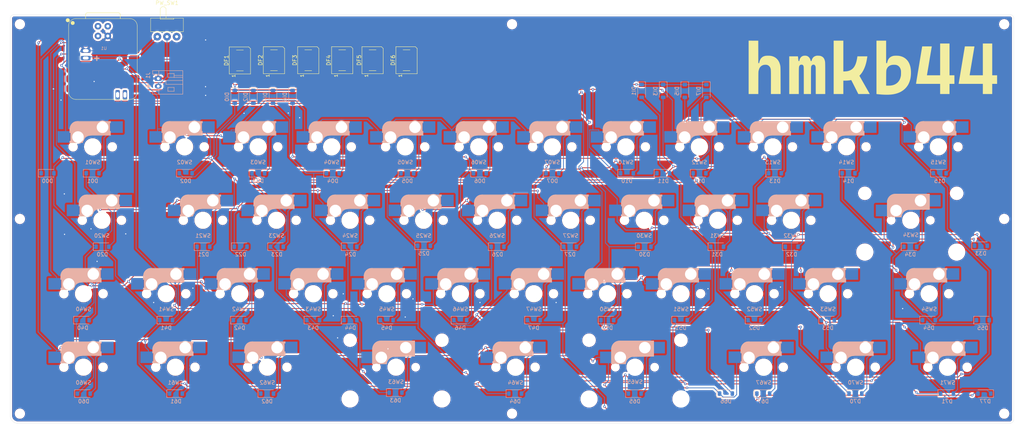
<source format=kicad_pcb>
(kicad_pcb (version 20241229) (generator "pcbnew") (generator_version "9.0")
  (title_block (title "keyboard003 hmkb44") (date "2025-05-27") (rev "Rev 1.0"))
  (layers (0 "F.Cu" signal) (2 "B.Cu" signal) (13 "F.Paste" user) (15 "B.Paste" user) (5 "F.SilkS" user "F.Silkscreen") (7 "B.SilkS" user "B.Silkscreen") (1 "F.Mask" user) (3 "B.Mask" user) (25 "Edge.Cuts" user))
  (net 0 "")
  (net 1 "IO 0")
  (net 2 "Net-(D00-A)")
  (net 3 "Net-(D01-K)")
  (net 4 "Net-(D01-A)")
  (net 5 "Net-(D02-A)")
  (net 6 "Net-(D02-K)")
  (net 7 "Net-(D03-A)")
  (net 8 "Net-(D03-K)")
  (net 9 "Net-(D04-A)")
  (net 10 "Net-(D04-K)")
  (net 11 "Net-(D05-K)")
  (net 12 "Net-(D05-A)")
  (net 13 "Net-(D06-A)")
  (net 14 "Net-(D06-K)")
  (net 15 "Net-(D07-K)")
  (net 16 "Net-(D07-A)")
  (net 17 "Net-(D10-A)")
  (net 18 "IO 1")
  (net 19 "Net-(D12-A)")
  (net 20 "Net-(D13-A)")
  (net 21 "Net-(D14-A)")
  (net 22 "Net-(D15-A)")
  (net 23 "Net-(D20-A)")
  (net 24 "Net-(D21-A)")
  (net 25 "IO 2")
  (net 26 "Net-(D23-A)")
  (net 27 "Net-(D24-A)")
  (net 28 "Net-(D25-A)")
  (net 29 "Net-(D26-A)")
  (net 30 "Net-(D27-A)")
  (net 31 "Net-(D30-A)")
  (net 32 "Net-(D31-A)")
  (net 33 "Net-(D32-A)")
  (net 34 "IO 3")
  (net 35 "Net-(D34-A)")
  (net 36 "Net-(D40-A)")
  (net 37 "Net-(D41-A)")
  (net 38 "Net-(D42-A)")
  (net 39 "Net-(D43-A)")
  (net 40 "IO 4")
  (net 41 "Net-(D45-A)")
  (net 42 "Net-(D46-A)")
  (net 43 "Net-(D47-A)")
  (net 44 "Net-(D50-A)")
  (net 45 "Net-(D51-A)")
  (net 46 "Net-(D52-A)")
  (net 47 "Net-(D53-A)")
  (net 48 "Net-(D54-A)")
  (net 49 "IO 5")
  (net 50 "Net-(D60-A)")
  (net 51 "Net-(D61-A)")
  (net 52 "Net-(D62-A)")
  (net 53 "Net-(D63-A)")
  (net 54 "Net-(D64-A)")
  (net 55 "Net-(D65-A)")
  (net 56 "IO 6")
  (net 57 "Net-(D67-A)")
  (net 58 "Net-(D70-A)")
  (net 59 "Net-(D71-A)")
  (net 60 "IO 7")
  (net 61 "LED")
  (net 62 "Net-(DF1-DOUT)")
  (net 63 "GND")
  (net 64 "Net-(DF2-DOUT)")
  (net 65 "Net-(DF3-DOUT)")
  (net 66 "Net-(DF4-DOUT)")
  (net 67 "Net-(DF5-DOUT)")
  (net 69 "INTR")
  (net 70 "Net-(J1-Pin_2)")
  (net 72 "Net-(PW_SW1-A)")
  (net 77 "+3V3")
  (footprint "MyLibrary:LOGO" (layer "F.Cu") (at 247.8587 52.10445)
    (property "Reference" "LOGO1")
    (property "Value" "~" (hide yes))
  )
  (footprint "LED_SMD:LED_WS2812B_PLCC4_5.0x5.0mm_P3.2mm" (layer "F.Cu") (at 121.925 47.2732 90)
    (property "Reference" "DF6")
    (property "Value" "WS2812B")
  )
  (footprint "MountingHole:MountingHole_2.2mm_M2" (layer "F.Cu") (at 149.2587 138.9357)
    (property "Reference" "H6")
    (property "Value" "MountingHole")
  )
  (footprint "00_kbd_SW:CherryMX_Hotswap_1u" (layer "F.Cu") (at 159.685 69.7357)
    (property "Reference" "SW07")
    (property "Value" "SW_Push" (hide yes))
  )
  (footprint "00_kbd_SW:CherryMX_Hotswap_1u" (layer "F.Cu") (at 78.7225 107.8357)
    (property "Reference" "SW42")
    (property "Value" "SW_Push" (hide yes))
  )
  (footprint "00_kbd_SW:CherryMX_Hotswap_1u" (layer "F.Cu") (at 140.635 69.7357)
    (property "Reference" "SW06")
    (property "Value" "SW_Push" (hide yes))
  )
  (footprint "MountingHole:MountingHole_2.2mm_M2" (layer "F.Cu") (at 276.7587 88.4357)
    (property "Reference" "H4")
    (property "Value" "MountingHole")
  )
  (footprint "00_kbd_SW:CherryMX_Hotswap_1.25u" (layer "F.Cu") (at 38.2412 126.8857)
    (property "Reference" "SW60")
    (property "Value" "SW_Push" (hide yes))
  )
  (footprint "00_kbd_SW:CherryMX_Hotswap_1.5u" (layer "F.Cu") (at 40.6225 69.7357)
    (property "Reference" "SW01")
    (property "Value" "SW_Push" (hide yes))
  )
  (footprint "00_kbd_SW:CherryMX_Hotswap_1u" (layer "F.Cu") (at 221.5975 88.7857)
    (property "Reference" "SW32")
    (property "Value" "SW_Push" (hide yes))
  )
  (footprint "00_kbd_SW:CherryMX_Hotswap_1u" (layer "F.Cu") (at 116.8225 107.8357)
    (property "Reference" "SW45")
    (property "Value" "SW_Push" (hide yes))
  )
  (footprint "00_kbd_SW:CherryMX_Hotswap_1u" (layer "F.Cu") (at 83.485 69.7357)
    (property "Reference" "SW03")
    (property "Value" "SW_Push" (hide yes))
  )
  (footprint "00_kbd_SW:CherryMX_Hotswap_1.25u" (layer "F.Cu") (at 214.4537 126.8857)
    (property "Reference" "SW67")
    (property "Value" "SW_Push" (hide yes))
  )
  (footprint "LED_SMD:LED_WS2812B_PLCC4_5.0x5.0mm_P3.2mm" (layer "F.Cu") (at 96.4625 47.2732 90)
    (property "Reference" "DF3")
    (property "Value" "WS2812B")
  )
  (footprint "00_kbd_SW:CherryMX_Hotswap_1.5u" (layer "F.Cu") (at 259.6975 69.7357)
    (property "Reference" "SW15")
    (property "Value" "SW_Push" (hide yes))
  )
  (footprint "LED_SMD:LED_WS2812B_PLCC4_5.0x5.0mm_P3.2mm" (layer "F.Cu") (at 87.5837 47.2732 90)
    (property "Reference" "DF2")
    (property "Value" "WS2812B")
  )
  (footprint "00_kbd_SW:CherryMX_Hotswap_2.25u" (layer "F.Cu") (at 252.5537 88.7857)
    (property "Reference" "SW34")
    (property "Value" "SW_Push" (hide yes))
  )
  (footprint "00_kbd_SW:CherryMX_Hotswap_1u" (layer "F.Cu") (at 197.785 69.7357)
    (property "Reference" "SW12")
    (property "Value" "SW_Push" (hide yes))
  )
  (footprint "00_kbd_SW:CherryMX_Hotswap_1u" (layer "F.Cu") (at 102.535 69.7357)
    (property "Reference" "SW04")
    (property "Value" "SW_Push" (hide yes))
  )
  (footprint "00_kbd_SW:CherryMX_Hotswap_2.25u" (layer "F.Cu") (at 181.1162 126.8857)
    (property "Reference" "SW65")
    (property "Value" "SW_Push" (hide yes))
  )
  (footprint "00_kbd_SW:CherryMX_Hotswap_1u" (layer "F.Cu") (at 173.9725 107.8357)
    (property "Reference" "SW50")
    (property "Value" "SW_Push" (hide yes))
  )
  (footprint "MyLibrary:SS-12D01G3" (layer "F.Cu") (at 59.8712 41.1607)
    (property "Reference" "PW_SW1")
    (property "Value" "SW_SPDT")
  )
  (footprint "00_kbd_SW:CherryMX_Hotswap_1.25u" (layer "F.Cu") (at 62.0537 126.8857)
    (property "Reference" "SW61")
    (property "Value" "SW_Push" (hide yes))
  )
  (footprint "00_kbd_SW:CherryMX_Hotswap_1u" (layer "F.Cu") (at 212.0725 107.8357)
    (property "Reference" "SW52")
    (property "Value" "SW_Push" (hide yes))
  )
  (footprint "00_kbd_SW:CherryMX_Hotswap_1u" (layer "F.Cu") (at 183.4975 88.7857)
    (property "Reference" "SW30")
    (property "Value" "SW_Push" (hide yes))
  )
  (footprint "MountingHole:MountingHole_2.2mm_M2" (layer "F.Cu") (at 21.7587 138.9357)
    (property "Reference" "H7")
    (property "Value" "MountingHole")
  )
  (footprint "00_kbd_SW:CherryMX_Hotswap_1u" (layer "F.Cu") (at 150.16 126.8857)
    (property "Reference" "SW64")
    (property "Value" "SW_Push" (hide yes))
  )
  (footprint "00_kbd_SW:CherryMX_Hotswap_1.25u" (layer "F.Cu") (at 262.0787 126.8857)
    (property "Reference" "SW71")
    (property "Value" "SW_Push" (hide yes))
  )
  (footprint "00_kbd_SW:CherryMX_Hotswap_1u" (layer "F.Cu") (at 178.735 69.7357)
    (property "Reference" "SW10")
    (property "Value" "SW_Push" (hide yes))
  )
  (footprint "00_kbd_SW:CherryMX_Hotswap_1u" (layer "F.Cu") (at 97.7725 107.8357)
    (property "Reference" "SW43")
    (property "Value" "SW_Push" (hide yes))
  )
  (footprint "00_kbd_SW:CherryMX_Hotswap_1.25u" (layer "F.Cu") (at 85.8662 126.8857)
    (property "Reference" "SW62")
    (property "Value" "SW_Push" (hide yes))
  )
  (footprint "MyLibrary:XIAO-nRF52840-SMD" (layer "F.Cu") (at 43.3212 47.0152)
    (property "Reference" "U1")
    (property "Value" "XIAO-nRF52840-SMD")
  )
  (footprint "00_kbd_SW:CherryMX_Hotswap_1.25u" (layer "F.Cu") (at 238.2662 126.8857)
    (property "Reference" "SW70")
    (property "Value" "SW_Push" (hide yes))
  )
  (footprint "00_kbd_SW:CherryMX_Hotswap_1u" (layer "F.Cu") (at 231.1225 107.8357)
    (property "Reference" "SW53")
    (property "Value" "SW_Push" (hide yes))
  )
  (footprint "MountingHole:MountingHole_2.2mm_M2" (layer "F.Cu") (at 21.7587 88.4357)
    (property "Reference" "H8")
    (property "Value" "MountingHole")
  )
  (footprint "00_kbd_SW:CherryMX_Hotswap_1u" (layer "F.Cu") (at 121.585 69.7357)
    (property "Reference" "SW05")
    (property "Value" "SW_Push" (hide yes))
  )
  (footprint "00_kbd_SW:CherryMX_Hotswap_1u" (layer "F.Cu") (at 88.2475 88.7857)
    (property "Reference" "SW23")
    (property "Value" "SW_Push" (hide yes))
  )
  (footprint "00_kbd_SW:CherryMX_Hotswap_1u" (layer "F.Cu") (at 69.1975 88.7857)
    (property "Reference" "SW21")
    (property "Value" "SW_Push" (hide yes))
  )
  (footprint "MountingHole:MountingHole_2.2mm_M2" (layer "F.Cu") (at 276.7587 37.9357)
    (property "Reference" "H3")
    (property "Value" "MountingHole")
  )
  (footprint "00_kbd_SW:CherryMX_Hotswap_1.25u" (layer "F.Cu") (at 38.2412 107.8357)
    (property "Reference" "SW40")
    (property "Value" "SW_Push" (hide yes))
  )
  (footprint "00_kbd_SW:CherryMX_Hotswap_1u" (layer "F.Cu") (at 145.3975 88.7857)
    (property "Reference" "SW26")
    (property "Value" "SW_Push" (hide yes))
  )
  (footprint "00_kbd_SW:CherryMX_Hotswap_1u" (layer "F.Cu") (at 107.2975 88.7857)
    (property "Reference" "SW24")
    (property "Value" "SW_Push" (hide yes))
  )
  (footprint "LED_SMD:LED_WS2812B_PLCC4_5.0x5.0mm_P3.2mm" (layer "F.Cu") (at 105.2562 47.2732 90)
    (property "Reference" "DF4")
    (property "Value" "WS2812B")
  )
  (footprint "00_kbd_SW:CherryMX_Hotswap_1u" (layer "F.Cu") (at 235.885 69.7357)
    (property "Reference" "SW14")
    (property "Value" "SW_Push" (hide yes))
  )
  (footprint "00_kbd_SW:CherryMX_Hotswap_1u" (layer "F.Cu") (at 164.4475 88.7857)
    (property "Reference" "SW27")
    (property "Value" "SW_Push" (hide yes))
  )
  (footprint "MountingHole:MountingHole_2.2mm_M2" (layer "F.Cu") (at 149.2587 37.9357)
    (property "Reference" "H2")
    (property "Value" "MountingHole")
  )
  (footprint "00_kbd_SW:CherryMX_Hotswap_1u" (layer "F.Cu") (at 135.8725 107.8357)
    (property "Reference" "SW46")
    (property "Value" "SW_Push" (hide yes))
  )
  (footprint "00_kbd_SW:CherryMX_Hotswap_2.25u" (layer "F.Cu") (at 119.2037 126.8857)
    (property "Reference" "SW63")
    (property "Value" "SW_Push" (hide yes))
  )
  (footprint "00_kbd_SW:CherryMX_Hotswap_1u" (layer "F.Cu") (at 64.435 69.7357)
    (property "Reference" "SW02")
    (property "Value" "SW_Push" (hide yes))
  )
  (footprint "MountingHole:MountingHole_2.2mm_M2" (layer "F.Cu") (at 21.7587 37.9357)
    (property "Reference" "H1")
    (property "Value" "MountingHole")
  )
  (footprint "00_kbd_SW:CherryMX_Hotswap_1.75u" (layer "F.Cu") (at 257.3162 107.8357)
    (property "Reference" "SW54")
    (property "Value" "SW_Push" (hide yes))
  )
  (footprint "00_kbd_SW:CherryMX_Hotswap_1u" (layer "F.Cu") (at 126.3475 88.7857)
    (property "Reference" "SW25")
    (property "Value" "SW_Push" (hide yes))
  )
  (footprint "LED_SMD:LED_WS2812B_PLCC4_5.0x5.0mm_P3.2mm" (layer "F.Cu") (at 113.1312 47.2732 90)
    (property "Reference" "DF5")
    (property "Value" "WS2812B")
  )
  (footprint "LED_SMD:LED_WS2812B_PLCC4_5.0x5.0mm_P3.2mm" (layer "F.Cu") (at 78.7583 47.325 90)
    (property "Reference" "DF1")
    (property "Value" "WS2812B")
  )
  (footprint "00_kbd_SW:CherryMX_Hotswap_1u" (layer "F.Cu") (at 202.5475 88.7857)
    (property "Reference" "SW31")
    (property "Value" "SW_Push" (hide yes))
  )
  (footprint "00_kbd_SW:CherryMX_Hotswap_1u" (layer "F.Cu") (at 59.6725 107.8357)
    (property "Reference" "SW41")
    (property "Value" "SW_Push" (hide yes))
  )
  (footprint "00_kbd_SW:CherryMX_Hotswap_1u" (layer "F.Cu") (at 193.0225 107.8357)
    (property "Reference" "SW51")
    (property "Value" "SW_Push" (hide yes))
  )
  (footprint "00_kbd_SW:CherryMX_Hotswap_1u" (layer "F.Cu") (at 154.9225 107.8357)
    (property "Reference" "SW47")
    (property "Value" "SW_Push" (hide yes))
  )
  (footprint "MountingHole:MountingHole_2.2mm_M2" (layer "F.Cu") (at 276.7587 138.9357)
    (property "Reference" "H5")
    (property "Value" "MountingHole")
  )
  (footprint "00_kbd_SW:CherryMX_Hotswap_1u" (layer "F.Cu") (at 216.835 69.7357)
    (property "Reference" "SW13")
    (property "Value" "SW_Push" (hide yes))
  )
  (footprint "00_kbd_SW:CherryMX_Hotswap_1.75u" (layer "F.Cu") (at 43.0037 88.7857)
    (property "Reference" "SW20")
    (property "Value" "SW_Push" (hide yes))
  )
  (footprint "Diode_SMD:D_SOD-123" (layer "B.Cu") (at 78.9487 95.6337)
    (property "Reference" "D22")
    (property "Value" "1N4148W")
  )
  (footprint "Diode_SMD:D_SOD-123" (layer "B.Cu") (at 107.3967 114.6837)
    (property "Reference" "D44")
    (property "Value" "1N4148W")
  )
  (footprint "Diode_SMD:D_SOD-123" (layer "B.Cu") (at 145.4967 95.6337)
    (property "Reference" "D26")
    (property "Value" "1N4148W")
  )
  (footprint "Diode_SMD:D_SOD-123" (layer "B.Cu") (at 40.5947 76.5837)
    (property "Reference" "D01")
    (property "Value" "1N4148W")
  )
  (footprint "Diode_SMD:D_SOD-123" (layer "B.Cu") (at 173.9447 114.6837)
    (property "Reference" "D50")
    (property "Value" "1N4148W")
  )
  (footprint "Diode_SMD:D_SOD-123" (layer "B.Cu") (at 181.0567 133.7337)
    (property "Reference" "D65")
    (property "Value" "1N4148W")
  )
  (footprint "Diode_SMD:D_SOD-123" (layer "B.Cu") (at 107.3967 95.6337)
    (property "Reference" "D24")
    (property "Value" "1N4148W")
  )
  (footprint "Diode_SMD:D_SOD-123" (layer "B.Cu") (at 135.8447 114.6837)
    (property "Reference" "D46")
    (property "Value" "1N4148W")
  )
  (footprint "Diode_SMD:D_SOD-123" (layer "B.Cu") (at 38.0547 114.6837)
    (property "Reference" "D40")
    (property "Value" "1N4148W")
  )
  (footprint "Diode_SMD:D_SOD-123" (layer "B.Cu") (at 236.4287 76.5837)
    (property "Reference" "D14")
    (property "Value" "1N4148W")
  )
  (footprint "Diode_SMD:D_SOD-123" (layer "B.Cu") (at 97.7447 114.6837)
    (property "Reference" "D43")
    (property "Value" "1N4148W")
  )
  (footprint "Diode_SMD:D_SOD-123" (layer "B.Cu") (at 188.4227 55.2477 -90)
    (property "Reference" "DI3")
    (property "Value" "1N4148W")
  )
  (footprint "Diode_SMD:D_SOD-123" (layer "B.Cu") (at 199.5987 55.2477 -90)
    (property "Reference" "DI7")
    (property "Value" "1N4148W")
  )
  (footprint "Diode_SMD:D_SOD-123" (layer "B.Cu") (at 252.4307 95.6337)
    (property "Reference" "D34")
    (property "Value" "1N4148W")
  )
  (footprint "Diode_SMD:D_SOD-123" (layer "B.Cu") (at 179.0247 76.5837)
    (property "Reference" "D10")
    (property "Value" "1N4148W")
  )
  (footprint "Diode_SMD:D_SOD-123" (layer "B.Cu") (at 204.6787 133.7337)
    (property "Reference" "D66")
    (property "Value" "1N4148W")
  )
  (footprint "Diode_SMD:D_SOD-123" (layer "B.Cu") (at 150.0687 133.7337)
    (property "Reference" "D64")
    (property "Value" "1N4148W")
  )
  (footprint "Diode_SMD:D_SOD-123" (layer "B.Cu") (at 69.2967 95.6337)
    (property "Reference" "D21")
    (property "Value" "1N4148W")
  )
  (footprint "Diode_SMD:D_SOD-123" (layer "B.Cu") (at 194.0107 55.2477 -90)
    (property "Reference" "DI5")
    (property "Value" "1N4148W")
  )
  (footprint "Diode_SMD:D_SOD-123" (layer "B.Cu") (at 122.1287 76.5837)
    (property "Reference" "D05")
    (property "Value" "1N4148W")
  )
  (footprint "Diode_SMD:D_SOD-123" (layer "B.Cu") (at 78.6947 114.6837)
    (property "Reference" "D42")
    (property "Value" "1N4148W")
  )
  (footprint "Diode_SMD:D_SOD-123" (layer "B.Cu") (at 38.3087 133.7337)
    (property "Reference" "D60")
    (property "Value" "1N4148W")
  )
  (footprint "Diode_SMD:D_SOD-123" (layer "B.Cu") (at 183.5967 95.6337)
    (property "Reference" "D30")
    (property "Value" "1N4148W")
  )
  (footprint "Diode_SMD:D_SOD-123" (layer "B.Cu") (at 64.7247 76.5837)
    (property "Reference" "D02")
    (property "Value" "1N4148W")
  )
  (footprint "Diode_SMD:D_SOD-123" (layer "B.Cu") (at 83.5207 76.5837)
    (property "Reference" "D03")
    (property "Value" "1N4148W")
  )
  (footprint "Diode_SMD:D_SOD-123" (layer "B.Cu") (at 257.2567 114.6837)
    (property "Reference" "D54")
    (property "Value" "1N4148W")
  )
  (footprint "Diode_SMD:D_SOD-123" (layer "B.Cu") (at 140.9247 76.5837)
    (property "Reference" "D06")
    (property "Value" "1N4148W")
  )
  (footprint "Diode_SMD:D_SOD-123" (layer "B.Cu") (at 197.8207 76.5837)
    (property "Reference" "D12")
    (property "Value" "1N4148W")
  )
  (footprint "Diode_SMD:D_SOD-123" (layer "B.Cu") (at 88.3467 95.6337)
    (property "Reference" "D23")
    (property "Value" "1N4148W")
  )
  (footprint "Diode_SMD:D_SOD-123" (layer "B.Cu") (at 43.1347 95.6337)
    (property "Reference" "D20")
    (property "Value" "1N4148W")
  )
  (footprint "Diode_SMD:D_SOD-123" (layer "B.Cu") (at 77.4247 56.7717 -90)
    (property "Reference" "DI0")
    (property "Value" "1N4148W")
  )
  (footprint "Diode_SMD:D_SOD-123" (layer "B.Cu") (at 271.2267 114.6837)
    (property "Reference" "D55")
    (property "Value" "1N4148W")
  )
  (footprint "Diode_SMD:D_SOD-123" (layer "B.Cu") (at 82.2507 56.7717 -90)
    (property "Reference" "DI2")
    (property "Value" "1N4148W")
  )
  (footprint "Diode_SMD:D_SOD-123" (layer "B.Cu") (at 59.6447 114.6837)
    (property "Reference" "D41")
    (property "Value" "1N4148W")
  )
  (footprint "Diode_SMD:D_SOD-123" (layer "B.Cu") (at 116.7947 114.6837)
    (property "Reference" "D45")
    (property "Value" "1N4148W")
  )
  (footprint "Diode_SMD:D_SOD-123" (layer "B.Cu") (at 192.9947 114.6837)
    (property "Reference" "D51")
    (property "Value" "1N4148W")
  )
  (footprint "Diode_SMD:D_SOD-123" (layer "B.Cu") (at 188.4227 76.5837)
    (property "Reference" "D11")
    (property "Value" "1N4148W" (hide yes))
  )
  (footprint "Diode_SMD:D_SOD-123" (layer "B.Cu") (at 214.3307 133.7337)
    (property "Reference" "D67")
    (property "Value" "1N4148W")
  )
  (footprint "Connector_JST:JST_PH_S2B-PH-K_1x02_P2.00mm_Horizontal" (layer "B.Cu") (at 57.6087 52.0225 -90)
    (property "Reference" "J1")
    (property "Value" "Conn_01x02")
  )
  (footprint "Diode_SMD:D_SOD-123" (layer "B.Cu") (at 85.8067 133.7337)
    (property "Reference" "D62")
    (property "Value" "1N4148W")
  )
  (footprint "Diode_SMD:D_SOD-123" (layer "B.Cu") (at 231.0947 114.6837)
    (property "Reference" "D53")
    (property "Value" "1N4148W")
  )
  (footprint "Diode_SMD:D_SOD-123" (layer "B.Cu") (at 212.0447 114.6837)
    (property "Reference" "D52")
    (property "Value" "1N4148W")
  )
  (footprint "Diode_SMD:D_SOD-123" (layer "B.Cu") (at 92.4107 56.7717 -90)
    (property "Reference" "DI6")
    (property "Value" "1N4148W")
  )
  (footprint "Diode_SMD:D_SOD-123" (layer "B.Cu") (at 221.6967 95.6337)
    (property "Reference" "D32")
    (property "Value" "1N4148W")
  )
  (footprint "Diode_SMD:D_SOD-123" (layer "B.Cu") (at 87.3307 56.7717 -90)
    (property "Reference" "DI4")
    (property "Value" "1N4148W")
  )
  (footprint "Diode_SMD:D_SOD-123" (layer "B.Cu") (at 202.3927 95.6337)
    (property "Reference" "D31")
    (property "Value" "1N4148W")
  )
  (footprint "Diode_SMD:D_SOD-123" (layer "B.Cu") (at 182.8347 55.2477 -90)
    (property "Reference" "DI1")
    (property "Value" "1N4148W")
  )
  (footprint "Diode_SMD:D_SOD-123" (layer "B.Cu") (at 270.7187 95.3797)
    (property "Reference" "D33")
    (property "Value" "1N4148W")
  )
  (footprint "Diode_SMD:D_SOD-123" (layer "B.Cu") (at 164.2927 95.6337)
    (property "Reference" "D27")
    (property "Value" "1N4148W")
  )
  (footprint "Diode_SMD:D_SOD-123" (layer "B.Cu") (at 62.1847 133.7337)
    (property "Reference" "D61")
    (property "Value" "1N4148W")
  )
  (footprint "Diode_SMD:D_SOD-123" (layer "B.Cu") (at 119.0807 133.4797)
    (property "Reference" "D63")
    (property "Value" "1N4148W")
  )
  (footprint "Diode_SMD:D_SOD-123" (layer "B.Cu") (at 217.3787 76.5837)
    (property "Reference" "D13")
    (property "Value" "1N4148W")
  )
  (footprint "Diode_SMD:D_SOD-123" (layer "B.Cu") (at 28.9107 76.5837)
    (property "Reference" "D00")
    (property "Value" "1N4148W")
  )
  (footprint "Diode_SMD:D_SOD-123" (layer "B.Cu") (at 271.6087 133.7337 180)
    (property "Reference" "D77")
    (property "Value" "1N4148W" (hide yes))
  )
  (footprint "Diode_SMD:D_SOD-123" (layer "B.Cu") (at 238.2067 133.7337)
    (property "Reference" "D70")
    (property "Value" "1N4148W")
  )
  (footprint "Diode_SMD:D_SOD-123" (layer "B.Cu") (at 261.9567 133.7337)
    (property "Reference" "D71")
    (property "Value" "1N4148W")
  )
  (footprint "Diode_SMD:D_SOD-123" (layer "B.Cu") (at 126.4467 95.3797)
    (property "Reference" "D25")
    (property "Value" "1N4148W")
  )
  (footprint "Diode_SMD:D_SOD-123" (layer "B.Cu") (at 154.8947 114.6837)
    (property "Reference" "D47")
    (property "Value" "1N4148W")
  )
  (footprint "Diode_SMD:D_SOD-123" (layer "B.Cu") (at 260.0507 76.5837)
    (property "Reference" "D15")
    (property "Value" "1N4148W")
  )
  (footprint "Diode_SMD:D_SOD-123" (layer "B.Cu") (at 159.7207 76.5837)
    (property "Reference" "D07")
    (property "Value" "1N4148W")
  )
  (footprint "Diode_SMD:D_SOD-123" (layer "B.Cu") (at 102.8247 76.5837)
    (property "Reference" "D04")
    (property "Value" "1N4148W")
  )
  (gr_arc (start 279.2587 140.4357) (mid 278.965807 141.142807) (end 278.2587 141.4357) (stroke (width 0.05)) (layer "Edge.Cuts"))
  (gr_arc (start 278.2587 35.4357) (mid 278.965807 35.728593) (end 279.2587 36.4357) (stroke (width 0.05)) (layer "Edge.Cuts"))
  (gr_line (start 279.2587 36.4357) (end 279.2587 140.4357) (stroke (width 0.05)) (layer "Edge.Cuts"))
  (gr_line (start 19.2587 36.4357) (end 19.2587 139.4357) (stroke (width 0.05)) (layer "Edge.Cuts"))
  (gr_line (start 20.2587 35.4357) (end 278.2587 35.4357) (stroke (width 0.05)) (layer "Edge.Cuts"))
  (gr_line (start 21.2587 141.4357) (end 278.2587 141.4357) (stroke (width 0.05)) (layer "Edge.Cuts"))
  (gr_arc (start 19.2587 36.4357) (mid 19.551593 35.728593) (end 20.2587 35.4357) (stroke (width 0.05)) (layer "Edge.Cuts"))
  (gr_arc (start 21.2587 141.4357) (mid 19.844486 140.849914) (end 19.2587 139.4357) (stroke (width 0.05)) (layer "Edge.Cuts"))
  (gr_text "+" (at 53.8587 54.7357 0) (layer "B.SilkS") (effects (font (size 1.5 1.5) (thickness 0.3) (bold yes)) (justify left bottom)))
  (gr_text "+" (at 40.5587 47.5357 0) (layer "B.SilkS") (effects (font (size 1.5 1.5) (thickness 0.3) (bold yes)) (justify left bottom)))
  (segment (start 35.7528 47.5568) (end 35.2112 47.0152) (width 0.2) (layer "F.Cu") (net 1))
  (segment (start 65.3012 66.8543) (end 73.8236 66.8543) (width 0.2) (layer "F.Cu") (net 1))
  (segment (start 46.9842 47.5568) (end 35.7528 47.5568) (width 0.2) (layer "F.Cu") (net 1))
  (segment (start 35.2112 47.0152) (end 34.0754 47.0152) (width 0.2) (layer "F.Cu") (net 1))
  (segment (start 34.0754 47.0152) (end 32.4799 48.6107) (width 0.2) (layer "F.Cu") (net 1))
  (segment (start 65.0081 66.5612) (end 65.3012 66.8543) (width 0.2) (layer "F.Cu") (net 1))
  (segment (start 47.5723 46.9687) (end 46.9842 47.5568) (width 0.2) (layer "F.Cu") (net 1))
  (via (at 32.4799 48.6107) (size 0.6) (drill 0.3) (layers "F.Cu" "B.Cu") (net 1))
  (via (at 73.8236 66.8543) (size 0.6) (drill 0.3) (layers "F.Cu" "B.Cu") (net 1))
  (via (at 47.5723 46.9687) (size 0.6) (drill 0.3) (layers "F.Cu" "B.Cu") (net 1))
  (via (at 65.0081 66.5612) (size 0.6) (drill 0.3) (layers "F.Cu" "B.Cu") (net 1))
  (segment (start 27.2607 76.5837) (end 27.2607 47.0656) (width 0.2) (layer "B.Cu") (net 1))
  (segment (start 85.4514 57.6199) (end 93.0124 57.6199) (width 0.2) (layer "B.Cu") (net 1))
  (segment (start 47.7747 46.9687) (end 47.5723 46.9687) (width 0.2) (layer "B.Cu") (net 1))
  (segment (start 133.635 65.354) (end 136.4069 62.5821) (width 0.2) (layer "B.Cu") (net 1))
  (segment (start 149.9131 62.5821) (end 152.685 65.354) (width 0.2) (layer "B.Cu") (net 1))
  (segment (start 152.685 67.1557) (end 152.685 65.354) (width 0.2) (layer "B.Cu") (net 1))
  (segment (start 133.635 67.1557) (end 133.635 65.354) (width 0.2) (layer "B.Cu") (net 1))
  (segment (start 111.8242 62.5932) (end 114.585 65.354) (width 0.2) (layer "B.Cu") (net 1))
  (segment (start 93.0124 57.6199) (end 95.535 60.1425) (width 0.2) (layer "B.Cu") (net 1))
  (segment (start 130.8759 62.5949) (end 133.635 65.354) (width 0.2) (layer "B.Cu") (net 1))
  (segment (start 76.485 65.354) (end 77.7173 65.354) (width 0.2) (layer "B.Cu") (net 1))
  (segment (start 136.4069 62.5821) (end 149.9131 62.5821) (width 0.2) (layer "B.Cu") (net 1))
  (segment (start 27.2607 47.0656) (end 32.2581 42.0682) (width 0.2) (layer "B.Cu") (net 1))
  (segment (start 95.535 60.1425) (end 95.535 67.1557) (width 0.2) (layer "B.Cu") (net 1))
  (segment (start 74.0833 67.114) (end 74.0833 67.1557) (width 0.2) (layer "B.Cu") (net 1))
  (segment (start 33.6225 49.7533) (end 32.4799 48.6107) (width 0.2) (layer "B.Cu") (net 1))
  (segment (start 114.585 67.1557) (end 119.1458 62.5949) (width 0.2) (layer "B.Cu") (net 1))
  (segment (start 32.2581 42.0682) (end 32.6884 42.0682) (width 0.2) (layer "B.Cu") (net 1))
  (segment (start 76.485 67.1557) (end 76.485 65.354) (width 0.2) (layer "B.Cu") (net 1))
  (segment (start 76.485 67.1557) (end 74.0833 67.1557) (width 0.2) (layer "B.Cu") (net 1))
  (segment (start 32.6884 42.0682) (end 33.1421 42.5219) (width 0.2) (layer "B.Cu") (net 1))
  (segment (start 33.1421 47.9485) (end 32.4799 48.6107) (width 0.2) (layer "B.Cu") (net 1))
  (segment (start 95.535 67.1557) (end 100.0975 62.5932) (width 0.2) (layer "B.Cu") (net 1))
  (segment (start 63.5491 65.1022) (end 65.0081 66.5612) (width 0.2) (layer "B.Cu") (net 1))
  (segment (start 73.8236 66.8543) (end 74.0833 67.114) (width 0.2) (layer "B.Cu") (net 1))
  (segment (start 33.6225 67.1557) (end 33.6225 49.7533) (width 0.2) (layer "B.Cu") (net 1))
  (segment (start 114.585 67.1557) (end 114.585 65.354) (width 0.2) (layer "B.Cu") (net 1))
  (segment (start 57.435 65.1022) (end 63.5491 65.1022) (width 0.2) (layer "B.Cu") (net 1))
  (segment (start 33.1421 42.5219) (end 33.1421 47.9485) (width 0.2) (layer "B.Cu") (net 1))
  (segment (start 57.435 67.1557) (end 57.435 65.1022) (width 0.2) (layer "B.Cu") (net 1))
  (segment (start 100.0975 62.5932) (end 111.8242 62.5932) (width 0.2) (layer "B.Cu") (net 1))
  (segment (start 77.7173 65.354) (end 85.4514 57.6199) (width 0.2) (layer "B.Cu") (net 1))
  (segment (start 57.435 65.1022) (end 57.435 56.629) (width 0.2) (layer "B.Cu") (net 1))
  (segment (start 119.1458 62.5949) (end 130.8759 62.5949) (width 0.2) (layer "B.Cu") (net 1))
  (segment (start 57.435 56.629) (end 47.7747 46.9687) (width 0.2) (layer "B.Cu") (net 1))
  (segment (start 176.181 73.3107) (end 174.331 75.1607) (width 0.2) (layer "F.Cu") (net 2))
  (segment (start 174.331 75.1607) (end 167.2083 75.1607) (width 0.2) (layer "F.Cu") (net 2))
  (segment (start 167.2083 75.1607) (end 166.8726 75.4964) (width 0.2) (layer "F.Cu") (net 2))
  (segment (start 73.8474 75.4964) (end 71.0754 72.7244) (width 0.2) (layer "F.Cu") (net 2))
  (segment (start 33.1314 72.7244) (end 71.0754 72.7244) (width 0.2) (layer "F.Cu") (net 2))
  (segment (start 173.3395 116.4607) (end 173.1901 116.6101) (width 0.2) (layer "F.Cu") (net 2))
  (segment (start 224.0354 116.4607) (end 173.3395 116.4607) (width 0.2) (layer "F.Cu") (net 2))
  (segment (start 166.8726 75.4964) (end 73.8474 75.4964) (width 0.2) (layer "F.Cu") (net 2))
  (segment (start 32.8837 72.4767) (end 33.1314 72.7244) (width 0.2) (layer "F.Cu") (net 2))
  (via (at 32.8837 72.4767) (size 0.6) (drill 0.3) (layers "F.Cu" "B.Cu") (net 2))
  (via (at 173.1901 116.6101) (size 0.6) (drill 0.3) (layers "F.Cu" "B.Cu") (net 2))
  (via (at 71.0754 72.7244) (size 0.6) (drill 0.3) (layers "F.Cu" "B.Cu") (net 2))
  (via (at 176.181 73.3107) (size 0.6) (drill 0.3) (layers "F.Cu" "B.Cu") (net 2))
  (via (at 224.0354 116.4607) (size 0.6) (drill 0.3) (layers "F.Cu" "B.Cu") (net 2))
  (via (at 167.2083 75.1607) (size 0.6) (drill 0.3) (layers "F.Cu" "B.Cu") (net 2))
  (segment (start 174.4189 95.6337) (end 181.9467 95.6337) (width 0.2) (layer "B.Cu") (net 2))
  (segment (start 176.181 73.3107) (end 177.3747 74.5044) (width 0.2) (layer "B.Cu") (net 2))
  (segment (start 224.0354 121.2124) (end 224.0354 116.4607) (width 0.2) (layer "B.Cu") (net 2))
  (segment (start 172.2947 114.6837) (end 172.2947 115.7147) (width 0.2) (layer "B.Cu") (net 2))
  (segment (start 236.5567 133.7337) (end 224.0354 121.2124) (width 0.2) (layer "B.Cu") (net 2))
  (segment (start 77.4247 58.4217) (end 77.4247 61.3527) (width 0.2) (layer "B.Cu") (net 2))
  (segment (start 173.4447 81.3971) (end 173.4447 94.6595) (width 0.2) (layer "B.Cu") (net 2))
  (segment (start 38.6977 98.2684) (end 41.3324 95.6337) (width 0.2) (layer "B.Cu") (net 2))
  (segment (start 40.5883 105.1701) (end 40.2775 105.1701) (width 0.2) (layer "B.Cu") (net 2))
  (segment (start 30.5607 84.862) (end 30.5607 76.5837) (width 0.2) (layer "B.Cu") (net 2))
  (segment (start 173.1901 113.821) (end 173.1901 116.6101) (width 0.2) (layer "B.Cu") (net 2))
  (segment (start 174.4189 95.6337) (end 174.4189 103.6302) (width 0.2) (layer "B.Cu") (net 2))
  (segment (start 174.4189 103.6302) (end 176.5623 105.7736) (width 0.2) (layer "B.Cu") (net 2))
  (segment (start 176.5623 105.7736) (end 176.5623 110.4488) (width 0.2) (layer "B.Cu") (net 2))
  (segment (start 36.4047 114.6837) (end 40.9408 110.1476) (width 0.2) (layer "B.Cu") (net 2))
  (segment (start 41.4847 95.6337) (end 41.3324 95.6337) (width 0.2) (layer "B.Cu") (net 2))
  (segment (start 40.9408 105.5226) (end 40.5883 105.1701) (width 0.2) (layer "B.Cu") (net 2))
  (segment (start 177.3747 74.5044) (end 177.3747 76.5837) (width 0.2) (layer "B.Cu") (net 2))
  (segment (start 38.6977 103.5903) (end 38.6977 98.2684) (width 0.2) (layer "B.Cu") (net 2))
  (segment (start 40.8396 124.8858) (end 40.8396 129.5528) (width 0.2) (layer "B.Cu") (net 2))
  (segment (start 32.8837 72.4767) (end 30.5607 74.7997) (width 0.2) (layer "B.Cu") (net 2))
  (segment (start 167.2083 75.1607) (end 173.4447 81.3971) (width 0.2) (layer "B.Cu") (net 2))
  (segment (start 36.4047 114.6837) (end 36.4047 120.4509) (width 0.2) (layer "B.Cu") (net 2))
  (segment (start 40.2775 105.1701) (end 38.6977 103.5903) (width 0.2) (layer "B.Cu") (net 2))
  (segment (start 40.9408 110.1476) (end 40.9408 105.5226) (width 0.2) (layer "B.Cu") (net 2))
  (segment (start 72.0479 66.7295) (end 72.0479 71.7519) (width 0.2) (layer "B.Cu") (net 2))
  (segment (start 40.8396 129.5528) (end 36.6587 133.7337) (width 0.2) (layer "B.Cu") (net 2))
  (segment (start 41.3324 95.6337) (end 30.5607 84.862) (width 0.2) (layer "B.Cu") (net 2))
  (segment (start 176.5623 110.4488) (end 173.1901 113.821) (width 0.2) (layer "B.Cu") (net 2))
  (segment (start 172.2947 115.7147) (end 173.1901 116.6101) (width 0.2) (layer "B.Cu") (net 2))
  (segment (start 72.0479 71.7519) (end 71.0754 72.7244) (width 0.2) (layer "B.Cu") (net 2))
  (segment (start 36.4047 120.4509) (end 40.8396 124.8858) (width 0.2) (layer "B.Cu") (net 2))
  (segment (start 77.4247 61.3527) (end 72.0479 66.7295) (width 0.2) (layer "B.Cu") (net 2))
  (segment (start 30.5607 74.7997) (end 30.5607 76.5837) (width 0.2) (layer "B.Cu") (net 2))
  (segment (start 173.4447 94.6595) (end 174.4189 95.6337) (width 0.2) (layer "B.Cu") (net 2))
  (segment (start 193.7556 130.8415) (end 194.1264 131.2123) (width 0.2) (layer "F.Cu") (net 3))
  (segment (start 64.4372 131.1259) (end 65.1513 131.84) (width 0.2) (layer "F.Cu") (net 3))
  (segment (start 171.1532 131.84) (end 172.1517 130.8415) (width 0.2) (layer "F.Cu") (net 3))
  (segment (start 251.7835 131.2123) (end 194.1264 131.2123) (width 0.2) (layer "F.Cu") (net 3))
  (segment (start 65.1513 131.84) (end 171.1532 131.84) (width 0.2) (layer "F.Cu") (net 3))
  (segment (start 172.1517 130.8415) (end 193.7556 130.8415) (width 0.2) (layer "F.Cu") (net 3))
  (segment (start 253.9444 133.3732) (end 251.7835 131.2123) (width 0.2) (layer "F.Cu") (net 3))
  (via (at 64.4372 131.1259) (size 0.6) (drill 0.3) (layers "F.Cu" "B.Cu") (net 3))
  (via (at 253.9444 133.3732) (size 0.6) (drill 0.3) (layers "F.Cu" "B.Cu") (net 3))
  (via (at 194.1264 131.2123) (size 0.6) (drill 0.3) (layers "F.Cu" "B.Cu") (net 3))
  (segment (start 67.7742 109.6236) (end 67.7742 95.7612) (width 0.2) (layer "B.Cu") (net 3))
  (segment (start 260.3067 133.7337) (end 254.3049 133.7337) (width 0.2) (layer "B.Cu") (net 3))
  (segment (start 60.4015 133.7337) (end 60.5347 133.7337) (width 0.2) (layer "B.Cu") (net 3))
  (segment (start 44.0077 96.7362) (end 46.5284 99.2569) (width 0.2) (layer "B.Cu") (net 3))
  (segment (start 45.5663 86.6964) (end 45.5663 91.4877) (width 0.2) (layer "B.Cu") (net 3))
  (segment (start 60.5347 133.7337) (end 63.1425 131.1259) (width 0.2) (layer "B.Cu") (net 3))
  (segment (start 191.3447 114.6837) (end 191.3447 115.0905) (width 0.2) (layer "B.Cu") (net 3))
  (segment (start 57.9947 115.628) (end 61.7698 115.628) (width 0.2) (layer "B.Cu") (net 3))
  (segment (start 52.652 120.804) (end 52.652 125.9842) (width 0.2) (layer "B.Cu") (net 3))
  (segment (start 38.9447 76.5837) (end 38.9447 80.0748) (width 0.2) (layer "B.Cu") (net 3))
  (segment (start 190.9379 128.0238) (end 194.1264 131.2123) (width 0.2) (layer "B.Cu") (net 3))
  (segment (start 254.3049 133.7337) (end 253.9444 133.3732) (width 0.2) (layer "B.Cu") (net 3))
  (segment (start 57.9947 115.628) (end 57.9947 114.6837) (width 0.2) (layer "B.Cu") (net 3))
  (segment (start 182.8347 56.8977) (end 187.5185 61.5815) (width 0.2) (layer "B.Cu") (net 3))
  (segment (start 201.1242 96.0152) (end 200.7427 95.6337) (width 0.2) (layer "B.Cu") (net 3))
  (segment (start 190.9379 116.5807) (end 190.9379 128.0238) (width 0.2) (layer "B.Cu") (net 3))
  (segment (start 57.9947 115.628) (end 57.828 115.628) (width 0.2) (layer "B.Cu") (net 3))
  (segment (start 38.9447 80.0748) (end 45.5663 86.6964) (width 0.2) (layer "B.Cu") (net 3))
  (segment (start 61.7698 115.628) (end 67.7742 109.6236) (width 0.2) (layer "B.Cu") (net 3))
  (segment (start 190.0727 76.5837) (end 193.0088 79.5198) (width 0.2) (layer "B.Cu") (net 3))
  (segment (start 44.0077 93.0463) (end 44.0077 96.7362) (width 0.2) (layer "B.Cu") (net 3))
  (segment (start 193.0088 79.5198) (end 193.0088 87.8998) (width 0.2) (layer "B.Cu") (net 3))
  (segment (start 193.0088 87.8998) (end 200.7427 95.6337) (width 0.2) (layer "B.Cu") (net 3))
  (segment (start 45.5663 91.4877) (end 44.0077 93.0463) (width 0.2) (layer "B.Cu") (net 3))
  (segment (start 46.5284 103.2174) (end 57.9947 114.6837) (width 0.2) (layer "B.Cu") (net 3))
  (segment (start 191.8864 115.6322) (end 195.0468 115.6322) (width 0.2) (layer "B.Cu") (net 3))
  (segment (start 67.7742 95.7612) (end 67.6467 95.6337) (width 0.2) (layer "B.Cu") (net 3))
  (segment (start 187.5185 61.5815) (end 187.5185 74.0295) (width 0.2) (layer "B.Cu") (net 3))
  (segment (start 187.5185 74.0295) (end 190.0727 76.5837) (width 0.2) (layer "B.Cu") (net 3))
  (segment (start 52.652 125.9842) (end 60.4015 133.7337) (width 0.2) (layer "B.Cu") (net 3))
  (segment (start 191.3447 115.0905) (end 191.8864 115.6322) (width 0.2) (layer "B.Cu") (net 3))
  (segment (start 191.8864 115.6322) (end 190.9379 116.5807) (width 0.2) (layer "B.Cu") (net 3))
  (segment (start 63.1425 131.1259) (end 64.4372 131.1259) (width 0.2) (layer "B.Cu") (net 3))
  (segment (start 46.5284 99.2569) (end 46.5284 103.2174) (width 0.2) (layer "B.Cu") (net 3))
  (segment (start 201.1242 109.5548) (end 201.1242 96.0152) (width 0.2) (layer "B.Cu") (net 3))
  (segment (start 195.0468 115.6322) (end 201.1242 109.5548) (width 0.2) (layer "B.Cu") (net 3))
  (segment (start 57.828 115.628) (end 52.652 120.804) (width 0.2) (layer "B.Cu") (net 3))
  (segment (start 42.2447 76.5837) (end 43.521 75.3074) (width 0.2) (layer "B.Cu") (net 4))
  (segment (start 43.521 67.4172) (end 46.3225 64.6157) (width 0.2) (layer "B.Cu") (net 4))
  (segment (start 43.521 75.3074) (end 43.521 67.4172) (width 0.2) (layer "B.Cu") (net 4))
  (segment (start 66.3747 76.5743) (end 66.3747 76.5837) (width 0.2) (layer "B.Cu") (net 5))
  (segment (start 71.0892 71.8598) (end 66.3747 76.5743) (width 0.2) (layer "B.Cu") (net 5))
  (segment (start 71.0892 67.3716) (end 71.0892 71.8598) (width 0.2) (layer "B.Cu") (net 5))
  (segment (start 70.135 64.6157) (end 70.135 66.4174) (width 0.2) (layer "B.Cu") (net 5))
  (segment (start 70.135 66.4174) (end 71.0892 67.3716) (width 0.2) (layer "B.Cu") (net 5))
  (segment (start 78.361 78.9519) (end 196.5505 78.9519) (width 0.2) (layer "F.Cu") (net 6))
  (segment (start 196.5505 78.9519) (end 197.1173 78.3851) (width 0.2) (layer "F.Cu") (net 6))
  (segment (start 77.4597 78.0506) (end 78.361 78.9519) (width 0.2) (layer "F.Cu") (net 6))
  (via (at 77.4597 78.0506) (size 0.6) (drill 0.3) (layers "F.Cu" "B.Cu") (net 6))
  (via (at 197.1173 78.3851) (size 0.6) (drill 0.3) (layers "F.Cu" "B.Cu") (net 6))
  (segment (start 76.4645 126.0415) (end 76.4645 115.2639) (width 0.2) (layer "B.Cu") (net 6))
  (segment (start 79.1649 103.6798) (end 79.1649 97.0675) (width 0.2) (layer "B.Cu") (net 6))
  (segment (start 76.5058 86.2578) (end 76.5058 96.1869) (width 0.2) (layer "B.Cu") (net 6))
  (segment (start 202.6543 106.9433) (end 210.3947 114.6837) (width 0.2) (layer "B.Cu") (net 6))
  (segment (start 77.3864 97.0675) (end 79.1649 97.0675) (width 0.2) (layer "B.Cu") (net 6))
  (segment (start 81.3209 105.8358) (end 79.1649 103.6798) (width 0.2) (layer "B.Cu") (net 6))
  (segment (start 197.1173 78.3851) (end 196.1707 77.4385) (width 0.2) (layer "B.Cu") (net 6))
  (segment (start 79.1649 97.0675) (end 80.5987 95.6337) (width 0.2) (layer "B.Cu") (net 6))
  (segment (start 211.3421 115.6311) (end 210.3947 114.6837) (width 0.2) (layer "B.Cu") (net 6))
  (segment (start 81.1563 58.4217) (end 82.2507 58.4217) (width 0.2) (layer "B.Cu") (net 6))
  (segment (start 77.4597 78.0506) (end 77.2992 78.0506) (width 0.2) (layer "B.Cu") (net 6))
  (segment (start 214.1351 115.6311) (end 211.3421 115.6311) (width 0.2) (layer "B.Cu") (net 6))
  (segment (start 64.0221 77.5311) (end 67.1196 77.5311) (width 0.2) (layer "B.Cu") (net 6))
  (segment (start 77.2992 78.0506) (end 77.2992 85.4644) (width 0.2) (layer "B.Cu") (net 6))
  (segment (start 77.2992 85.4644) (end 76.5058 86.2578) (width 0.2) (layer "B.Cu") (net 6))
  (segment (start 197.1173 78.3851) (end 197.1173 78.7036) (width 0.2) (layer "B.Cu") (net 6))
  (segment (start 196.1707 77.4385) (end 196.1707 76.5837) (width 0.2) (layer "B.Cu") (net 6))
  (segment (start 202.6543 93.8482) (end 202.6543 106.9433) (width 0.2) (layer "B.Cu") (net 6))
  (segment (start 77.0447 114.6837) (end 81.3209 110.4075) (width 0.2) (layer "B.Cu") (net 6))
  (segment (start 81.3209 110.4075) (end 81.3209 105.8358) (width 0.2) (layer "B.Cu") (net 6))
  (segment (start 76.5058 96.1869) (end 77.3864 97.0675) (width 0.2) (layer "B.Cu") (net 6))
  (segment (start 63.0747 76.5837) (end 64.0221 77.5311) (width 0.2) (layer "B.Cu") (net 6))
  (segment (start 76.4645 115.2639) (end 77.0447 114.6837) (width 0.2) (layer "B.Cu") (net 6))
  (segment (start 220.1963 109.5699) (end 214.1351 115.6311) (width 0.2) (layer "B.Cu") (net 6))
  (segment (start 220.0467 95.6337) (end 220.1963 95.7833) (width 0.2) (layer "B.Cu") (net 6))
  (segment (start 205.177 86.7633) (end 205.177 91.3255) (width 0.2) (layer "B.Cu") (net 6))
  (segment (start 84.1567 133.7337) (end 76.4645 126.0415) (width 0.2) (layer "B.Cu") (net 6))
  (segment (start 67.1196 77.5311) (end 71.9497 72.701) (width 0.2) (layer "B.Cu") (net 6))
  (segment (start 205.177 91.3255) (end 202.6543 93.8482) (width 0.2) (layer "B.Cu") (net 6))
  (segment (start 197.1173 78.7036) (end 205.177 86.7633) (width 0.2) (layer "B.Cu") (net 6))
  (segment (start 72.7584 66.8196) (end 81.1563 58.4217) (width 0.2) (layer "B.Cu") (net 6))
  (segment (start 71.9497 72.701) (end 77.2992 78.0506) (width 0.2) (layer "B.Cu") (net 6))
  (segment (start 72.7584 71.8923) (end 72.7584 66.8196) (width 0.2) (layer "B.Cu") (net 6))
  (segment (start 220.1963 95.7833) (end 220.1963 109.5699) (width 0.2) (layer "B.Cu") (net 6))
  (segment (start 71.9497 72.701) (end 72.7584 71.8923) (width 0.2) (layer "B.Cu") (net 6))
  (segment (start 86.3835 75.3709) (end 86.3835 67.4172) (width 0.2) (layer "B.Cu") (net 7))
  (segment (start 85.1707 76.5837) (end 86.3835 75.3709) (width 0.2) (layer "B.Cu") (net 7))
  (segment (start 86.3835 67.4172) (end 89.185 64.6157) (width 0.2) (layer "B.Cu") (net 7))
  (segment (start 269.7307 92.4328) (end 269.6812 92.4823) (width 0.2) (layer "F.Cu") (net 8))
  (segment (start 187.6342 78.3355) (end 83.4711 78.3355) (width 0.2) (layer "F.Cu") (net 8))
  (segment (start 212.1116 74.8342) (end 191.1355 74.8342) (width 0.2) (layer "F.Cu") (net 8))
  (segment (start 269.6812 92.4823) (end 223.468 92.4823) (width 0.2) (layer "F.Cu") (net 8))
  (segment (start 214.5789 72.3669) (end 212.1116 74.8342) (width 0.2) (layer "F.Cu") (net 8))
  (segment (start 191.1355 74.8342) (end 187.6342 78.3355) (width 0.2) (layer "F.Cu") (net 8))
  (via (at 83.4711 78.3355) (size 0.6) (drill 0.3) (layers "F.Cu" "B.Cu") (net 8))
  (via (at 223.468 92.4823) (size 0.6) (drill 0.3) (layers "F.Cu" "B.Cu") (net 8))
  (via (at 191.1355 74.8342) (size 0.6) (drill 0.3) (layers "F.Cu" "B.Cu") (net 8))
  (via (at 269.7307 92.4328) (size 0.6) (drill 0.3) (layers "F.Cu" "B.Cu") (net 8))
  (via (at 214.5789 72.3669) (size 0.6) (drill 0.3) (layers "F.Cu" "B.Cu") (net 8))
  (segment (start 90.7992 91.5312) (end 90.7992 87.7287) (width 0.2) (layer "B.Cu") (net 8))
  (segment (start 96.0947 114.6837) (end 114.8907 133.4797) (width 0.2) (layer "B.Cu") (net 8))
  (segment (start 272.3687 95.3797) (end 269.7307 92.7417) (width 0.2) (layer "B.Cu") (net 8))
  (segment (start 269.7307 92.7417) (end 269.7307 92.4328) (width 0.2) (layer "B.Cu") (net 8))
  (segment (start 212.1958 80.1166) (end 212.1958 89.4274) (width 0.2) (layer "B.Cu") (net 8))
  (segment (start 214.5789 72.3669) (end 215.7287 73.5167) (width 0.2) (layer "B.Cu") (net 8))
  (segment (start 81.8707 76.7351) (end 81.8707 76.5837) (width 0.2) (layer "B.Cu") (net 8))
  (segment (start 88.2476 106.8366) (end 88.2476 97.1846) (width 0.2) (layer "B.Cu") (net 8))
  (segment (start 114.8907 133.4797) (end 117.4307 133.4797) (width 0.2) (layer "B.Cu") (net 8))
  (segment (start 188.3833 72.082) (end 191.1355 74.8342) (width 0.2) (layer "B.Cu") (net 8))
  (segment (start 188.3833 56.9371) (end 188.3833 72.082) (width 0.2) (layer "B.Cu") (net 8))
  (segment (start 215.7287 76.5837) (end 212.1958 80.1166) (width 0.2) (layer "B.Cu") (net 8))
  (segment (start 212.1958 89.4274) (end 217.0837 94.3153) (width 0.2) (layer "B.Cu") (net 8))
  (segment (start 83.4711 78.3355) (end 81.8707 76.7351) (width 0.2) (layer "B.Cu") (net 8))
  (segment (start 81.8707 78.8002) (end 81.8707 76.5837) (width 0.2) (layer "B.Cu") (net 8))
  (segment (start 221.635 94.3153) (end 221.635 106.874) (width 0.2) (layer "B.Cu") (net 8))
  (segment (start 86.6967 95.6337) (end 90.7992 91.5312) (width 0.2) (layer "B.Cu") (net 8))
  (segment (start 223.468 92.4823) (end 221.635 94.3153) (width 0.2) (layer "B.Cu") (net 8))
  (segment (start 221.635 106.874) (end 229.4447 114.6837) (width 0.2) (layer "B.Cu") (net 8))
  (segment (start 217.0837 94.3153) (end 221.635 94.3153) (width 0.2) (layer "B.Cu") (net 8))
  (segment (start 88.2476 97.1846) (end 86.6967 95.6337) (width 0.2) (layer "B.Cu") (net 8))
  (segment (start 215.7287 73.5167) (end 215.7287 76.5837) (width 0.2) (layer "B.Cu") (net 8))
  (segment (start 90.7992 87.7287) (end 81.8707 78.8002) (width 0.2) (layer "B.Cu") (net 8))
  (segment (start 188.4227 56.8977) (end 188.3833 56.9371) (width 0.2) (layer "B.Cu") (net 8))
  (segment (start 96.0947 114.6837) (end 88.2476 106.8366) (width 0.2) (layer "B.Cu") (net 8))
  (segment (start 105.4335 67.4172) (end 108.235 64.6157) (width 0.2) (layer "B.Cu") (net 9))
  (segment (start 104.4747 76.5837) (end 105.4335 75.6249) (width 0.2) (layer "B.Cu") (net 9))
  (segment (start 105.4335 75.6249) (end 105.4335 67.4172) (width 0.2) (layer "B.Cu") (net 9))
  (segment (start 113.9333 131.2122) (end 110.6815 127.9604) (width 0.2) (layer "F.Cu") (net 10))
  (segment (start 140.2902 131.2122) (end 113.9333 131.2122) (width 0.2) (layer "F.Cu") (net 10))
  (segment (start 141.0784 130.424) (end 140.2902 131.2122) (width 0.2) (layer "F.Cu") (net 10))
  (segment (start 242.3705 130.424) (end 141.0784 130.424) (width 0.2) (layer "F.Cu") (net 10))
  (segment (start 140.2902 131.2123) (end 140.2902 131.2122) (width 0.2) (layer "F.Cu") (net 10))
  (via (at 110.6815 127.9604) (size 0.6) (drill 0.3) (layers "F.Cu" "B.Cu") (net 10))
  (via (at 140.2902 131.2123) (size 0.6) (drill 0.3) (layers "F.Cu" "B.Cu") (net 10))
  (via (at 242.3705 130.424) (size 0.6) (drill 0.3) (layers "F.Cu" "B.Cu") (net 10))
  (segment (start 97.8903 87.859) (end 105.665 95.6337) (width 0.2) (layer "B.Cu") (net 10))
  (segment (start 105.665 95.6337) (end 105.7467 95.6337) (width 0.2) (layer "B.Cu") (net 10))
  (segment (start 106.7577 112.3947) (end 106.7577 96.6447) (width 0.2) (layer "B.Cu") (net 10))
  (segment (start 91.5867 62.6777) (end 91.5867 72.2484) (width 0.2) (layer "B.Cu") (net 10))
  (segment (start 97.8903 76.5837) (end 101.1747 76.5837) (width 0.2) (layer "B.Cu") (net 10))
  (segment (start 97.8903 76.5837) (end 97.8903 87.859) (width 0.2) (layer "B.Cu") (net 10))
  (segment (start 87.3307 58.4217) (end 91.5867 62.6777) (width 0.2) (layer "B.Cu") (net 10))
  (segment (start 110.6815 127.9604) (end 109.852 127.1309) (width 0.2) (layer "B.Cu") (net 10))
  (segment (start 234.7787 83.4832) (end 234.7787 76.5837) (width 0.2) (layer "B.Cu") (net 10))
  (segment (start 91.5867 72.2484) (end 95.922 76.5837) (width 0.2) (layer "B.Cu") (net 10))
  (segment (start 248.855 97.5594) (end 250.7807 95.6337) (width 0.2) (layer "B.Cu") (net 10))
  (segment (start 247.9145 98.4999) (end 247.9145 114.6837) (width 0.2) (layer "B.Cu") (net 10))
  (segment (start 247.9145 124.88) (end 242.3705 130.424) (width 0.2) (layer "B.Cu") (net 10))
  (segment (start 248.855 97.5594) (end 234.7787 83.4832) (width 0.2) (layer "B.Cu") (net 10))
  (segment (start 247.9145 114.6837) (end 255.6067 114.6837) (width 0.2) (layer "B.Cu") (net 10))
  (segment (start 106.7577 96.6447) (end 105.7467 95.6337) (width 0.2) (layer "B.Cu") (net 10))
  (segment (start 247.9145 114.6837) (end 247.9145 124.88) (width 0.2) (layer "B.Cu") (net 10))
  (segment (start 95.922 76.5837) (end 97.8903 76.5837) (width 0.2) (layer "B.Cu") (net 10))
  (segment (start 109.852 127.1309) (end 109.852 115.489) (width 0.2) (layer "B.Cu") (net 10))
  (segment (start 248.855 97.5594) (end 247.9145 98.4999) (width 0.2) (layer "B.Cu") (net 10))
  (segment (start 109.0467 114.6837) (end 106.7577 112.3947) (width 0.2) (layer "B.Cu") (net 10))
  (segment (start 148.4187 133.7337) (end 142.8116 133.7337) (width 0.2) (layer "B.Cu") (net 10))
  (segment (start 109.852 115.489) (end 109.0467 114.6837) (width 0.2) (layer "B.Cu") (net 10))
  (segment (start 142.8116 133.7337) (end 140.2902 131.2123) (width 0.2) (layer "B.Cu") (net 10))
  (segment (start 264.8385 129.4374) (end 179.2082 129.4374) (width 0.2) (layer "F.Cu") (net 11))
  (segment (start 250.147 62.5542) (end 250.9535 63.3607) (width 0.2) (layer "F.Cu") (net 11))
  (segment (start 206.3085 62.8428) (end 206.5971 62.5542) (width 0.2) (layer "F.Cu") (net 11))
  (segment (start 265.6148 128.6611) (end 264.8385 129.4374) (width 0.2) (layer "F.Cu") (net 11))
  (segment (start 205.5216 62.5542) (end 205.8102 62.8428) (width 0.2) (layer "F.Cu") (net 11))
  (segment (start 178.0318 129.4374) (end 178.62 128.8492) (width 0.2) (layer "F.Cu") (net 11))
  (segment (start 205.8102 62.8428) (end 206.3085 62.8428) (width 0.2) (layer "F.Cu") (net 11))
  (segment (start 137.2993 128.2607) (end 138.476 129.4374) (width 0.2) (layer "F.Cu") (net 11))
  (segment (start 179.2082 129.4374) (end 178.62 128.8492) (width 0.2) (layer "F.Cu") (net 11))
  (segment (start 194.128 63.3607) (end 194.9345 62.5542) (width 0.2) (layer "F.Cu") (net 11))
  (segment (start 138.476 129.4374) (end 178.0318 129.4374) (width 0.2) (layer "F.Cu") (net 11))
  (segment (start 194.9345 62.5542) (end 205.5216 62.5542) (width 0.2) (layer "F.Cu") (net 11))
  (segment (start 206.5971 62.5542) (end 250.147 62.5542) (width 0.2) (layer "F.Cu") (net 11))
  (via (at 250.9535 63.3607) (size 0.6) (drill 0.3) (layers "F.Cu" "B.Cu") (net 11))
  (via (at 178.62 128.8492) (size 0.6) (drill 0.3) (layers "F.Cu" "B.Cu") (net 11))
  (via (at 137.2993 128.2607) (size 0.6) (drill 0.3) (layers "F.Cu" "B.Cu") (net 11))
  (via (at 194.128 63.3607) (size 0.6) (drill 0.3) (layers "F.Cu" "B.Cu") (net 11))
  (via (at 265.6148 128.6611) (size 0.6) (drill 0.3) (layers "F.Cu" "B.Cu") (net 11))
  (segment (start 262.0404 91.0037) (end 272.8767 101.84) (width 0.2) (layer "B.Cu") (net 11))
  (segment (start 124.9242 115.5898) (end 124.9242 116.7179) (width 0.2) (layer "B.Cu") (net 11))
  (segment (start 116.9411 80.1213) (end 116.9411 87.8826) (width 0.2) (layer "B.Cu") (net 11))
  (segment (start 124.9242 116.7179) (end 136.467 128.2607) (width 0.2) (layer "B.Cu") (net 11))
  (segment (start 116.9411 87.8826) (end 124.4382 95.3797) (width 0.2) (layer "B.Cu") (net 11))
  (segment (start 250.2958 68.8398) (end 250.2958 64.0184) (width 0.2) (layer "B.Cu") (net 11))
  (segment (start 124.4382 95.3797) (end 124.7967 95.3797) (width 0.2) (layer "B.Cu") (net 11))
  (segment (start 136.467 128.2607) (end 137.2993 128.2607) (width 0.2) (layer "B.Cu") (net 11))
  (segment (start 124.9242 115.5898) (end 116.0508 115.5898) (width 0.2) (layer "B.Cu") (net 11))
  (segment (start 262.0404 80.2234) (end 262.0404 91.0037) (width 0.2) (layer "B.Cu") (net 11))
  (segment (start 258.0397 76.5837) (end 250.2958 68.8398) (width 0.2) (layer "B.Cu") (net 11))
  (segment (start 179.4067 133.7337) (end 178.62 132.947) (width 0.2) (layer "B.Cu") (net 11))
  (segment (start 116.0508 115.5898) (end 115.1447 114.6837) (width 0.2) (layer "B.Cu") (net 11))
  (segment (start 272.8767 123.4004) (end 267.6161 128.661) (width 0.2) (layer "B.Cu") (net 11))
  (segment (start 120.4787 76.5837) (end 116.9411 80.1213) (width 0.2) (layer "B.Cu") (net 11))
  (segment (start 272.8767 114.6837) (end 272.8767 123.4004) (width 0.2) (layer "B.Cu") (net 11))
  (segment (start 194.0107 63.2434) (end 194.128 63.3607) (width 0.2) (layer "B.Cu") (net 11))
  (segment (start 194.0107 56.8977) (end 194.0107 63.2434) (width 0.2) (layer "B.Cu") (net 11))
  (segment (start 272.8767 101.84) (end 272.8767 114.6837) (width 0.2) (layer "B.Cu") (net 11))
  (segment (start 258.4007 76.5837) (end 258.0397 76.5837) (width 0.2) (layer "B.Cu") (net 11))
  (segment (start 265.6148 128.661) (end 265.6148 128.6611) (width 0.2) (layer "B.Cu") (net 11))
  (segment (start 124.9242 95.5072) (end 124.9242 115.5898) (width 0.2) (layer "B.Cu") (net 11))
  (segment (start 258.4007 76.5837) (end 262.0404 80.2234) (width 0.2) (layer "B.Cu") (net 11))
  (segment (start 267.6161 128.661) (end 265.6148 128.661) (width 0.2) (layer "B.Cu") (net 11))
  (segment (start 124.7967 95.3797) (end 124.9242 95.5072) (width 0.2) (layer "B.Cu") (net 11))
  (segment (start 250.2958 64.0184) (end 250.9535 63.3607) (width 0.2) (layer "B.Cu") (net 11))
  (segment (start 178.62 132.947) (end 178.62 128.8492) (width 0.2) (layer "B.Cu") (net 11))
  (segment (start 127.285 64.6157) (end 125.1133 66.7874) (width 0.2) (layer "B.Cu") (net 12))
  (segment (start 125.1133 75.2491) (end 123.7787 76.5837) (width 0.2) (layer "B.Cu") (net 12))
  (segment (start 125.1133 66.7874) (end 125.1133 75.2491) (width 0.2) (layer "B.Cu") (net 12))
  (segment (start 142.5747 76.5837) (end 143.5335 75.6249) (width 0.2) (layer "B.Cu") (net 13))
  (segment (start 143.5335 75.6249) (end 143.5335 67.4172) (width 0.2) (layer "B.Cu") (net 13))
  (segment (start 143.5335 67.4172) (end 146.335 64.6157) (width 0.2) (layer "B.Cu") (net 13))
  (segment (start 200.1082 117.2482) (end 144.0658 117.2482) (width 0.2) (layer "F.Cu") (net 14))
  (segment (start 92.5722 72.3471) (end 137.2878 72.3471) (width 0.2) (layer "F.Cu") (net 14))
  (segment (start 144.0658 117.2482) (end 140.0867 113.2691) (width 0.2) (layer "F.Cu") (net 14))
  (segment (start 92.4358 72.2107) (end 92.5722 72.3471) (width 0.2) (layer "F.Cu") (net 14))
  (via (at 137.2878 72.3471) (size 0.6) (drill 0.3) (layers "F.Cu" "B.Cu") (net 14))
  (via (at 140.0867 113.2691) (size 0.6) (drill 0.3) (layers "F.Cu" "B.Cu") (net 14))
  (via (at 92.4358 72.2107) (size 0.6) (drill 0.3) (layers "F.Cu" "B.Cu") (net 14))
  (via (at 200.1082 117.2482) (size 0.6) (drill 0.3) (layers "F.Cu" "B.Cu") (net 14))
  (segment (start 200.1082 127.5132) (end 200.1082 117.2482) (width 0.2) (layer "B.Cu") (net 14))
  (segment (start 143.9742 95.7612) (end 143.8467 95.6337) (width 0.2) (layer "B.Cu") (net 14))
  (segment (start 138.3646 75.6736) (end 138.2813 75.6736) (width 0.2) (layer "B.Cu") (net 14))
  (segment (start 206.3287 133.7337) (end 200.1082 127.5132) (width 0.2) (layer "B.Cu") (net 14))
  (segment (start 140.0867 113.2691) (end 143.9742 109.3816) (width 0.2) (layer "B.Cu") (net 14))
  (segment (start 138.2813 73.3406) (end 138.2813 75.6736) (width 0.2) (layer "B.Cu") (net 14))
  (segment (start 143.7713 95.6337) (end 143.8467 95.6337) (width 0.2) (layer "B.Cu") (net 14))
  (segment (start 92.4358 58.4468) (end 92.4358 72.2107) (width 0.2) (layer "B.Cu") (net 14))
  (segment (start 92.4107 58.4217) (end 92.4358 58.4468) (width 0.2) (layer "B.Cu") (net 14))
  (segment (start 138.2813 75.6736) (end 135.9382 78.0167) (width 0.2) (layer "B.Cu") (net 14))
  (segment (start 143.9742 109.3816) (end 143.9742 95.7612) (width 0.2) (layer "B.Cu") (net 14))
  (segment (start 140.0867 113.5187) (end 137.9754 115.63) (width 0.2) (layer "B.Cu") (net 14))
  (segment (start 137.9754 115.63) (end 135.141 115.63) (width 0.2) (layer "B.Cu") (net 14))
  (segment (start 135.141 115.63) (end 134.1947 114.6837) (width 0.2) (layer "B.Cu") (net 14))
  (segment (start 135.9382 87.8006) (end 143.7713 95.6337) (width 0.2) (layer "B.Cu") (net 14))
  (segment (start 140.0867 113.2691) (end 140.0867 113.5187) (width 0.2) (layer "B.Cu") (net 14))
  (segment (start 137.2878 72.3471) (end 138.2813 73.3406) (width 0.2) (layer "B.Cu") (net 14))
  (segment (start 139.2747 76.5837) (end 138.3646 75.6736) (width 0.2) (layer "B.Cu") (net 14))
  (segment (start 135.9382 78.0167) (end 135.9382 87.8006) (width 0.2) (layer "B.Cu") (net 14))
  (segment (start 268.4556 134.1607) (end 213.7891 134.1607) (width 0.2) (layer "F.Cu") (net 15))
  (segment (start 196.9906 72.709) (end 160.3608 72.709) (width 0.2) (layer "F.Cu") (net 15))
  (segment (start 212.9647 134.9851) (end 210.2106 137.7392) (width 0.2) (layer "F.Cu") (net 15))
  (segment (start 213.7891 134.1607) (end 212.9647 134.9851) (width 0.2) (layer "F.Cu") (net 15))
  (segment (start 160.3608 72.709) (end 158.2356 74.8342) (width 0.2) (layer "F.Cu") (net 15))
  (segment (start 197.1173 72.8357) (end 196.9906 72.709) (width 0.2) (layer "F.Cu") (net 15))
  (segment (start 210.2106 137.7392) (end 173.8186 137.7392) (width 0.2) (layer "F.Cu") (net 15))
  (segment (start 173.8186 137.7392) (end 173.1901 137.1107) (width 0.2) (layer "F.Cu") (net 15))
  (via (at 158.2356 74.8342) (size 0.6) (drill 0.3) (layers "F.Cu" "B.Cu") (net 15))
  (via (at 268.4556 134.1607) (size 0.6) (drill 0.3) (layers "F.Cu" "B.Cu") (net 15))
  (via (at 212.9647 134.9851) (size 0.6) (drill 0.3) (layers "F.Cu" "B.Cu") (net 15))
  (via (at 173.1901 137.1107) (size 0.6) (drill 0.3) (layers "F.Cu" "B.Cu") (net 15))
  (via (at 197.1173 72.8357) (size 0.6) (drill 0.3) (layers "F.Cu" "B.Cu") (net 15))
  (segment (start 198.2251 58.2713) (end 198.2251 66.4386) (width 0.2) (layer "B.Cu") (net 15))
  (segment (start 198.2976 72.8357) (end 197.1173 72.8357) (width 0.2) (layer "B.Cu") (net 15))
  (segment (start 163.0242 96.0152) (end 162.6427 95.6337) (width 0.2) (layer "B.Cu") (net 15))
  (segment (start 162.4186 115.5875) (end 163.0242 114.9819) (width 0.2) (layer "B.Cu") (net 15))
  (segment (start 199.5987 56.8977) (end 198.2251 58.2713) (width 0.2) (layer "B.Cu") (net 15))
  (segment (start 173.1901 134.7276) (end 162.4186 123.9561) (width 0.2) (layer "B.Cu") (net 15))
  (segment (start 173.1901 137.1107) (end 173.1901 134.7276) (width 0.2) (layer "B.Cu") (net 15))
  (segment (start 200.3424 68.5559) (end 200.3424 70.7909) (width 0.2) (layer "B.Cu") (net 15))
  (segment (start 154.9849 79.6695) (end 154.9849 87.9759) (width 0.2) (layer "B.Cu") (net 15))
  (segment (start 198.2251 66.4386) (end 200.3424 68.5559) (width 0.2) (layer "B.Cu") (net 15))
  (segment (start 158.0707 76.5837) (end 154.9849 79.6695) (width 0.2) (layer "B.Cu") (net 15))
  (segment (start 154.9849 87.9759) (end 162.6427 95.6337) (width 0.2) (layer "B.Cu") (net 15))
  (segment (start 269.9587 133.7337) (end 268.8826 133.7337) (width 0.2) (layer "B.Cu") (net 15))
  (segment (start 154.1485 115.5875) (end 162.4186 115.5875) (width 0.2) (layer "B.Cu") (net 15))
  (segment (start 162.4186 123.9561) (end 162.4186 115.5875) (width 0.2) (layer "B.Cu") (net 15))
  (segment (start 200.3424 70.7909) (end 198.2976 72.8357) (width 0.2) (layer "B.Cu") (net 15))
  (segment (start 212.9647 134.9851) (end 212.6807 134.7011) (width 0.2) (layer "B.Cu") (net 15))
  (segment (start 212.6807 134.7011) (end 212.6807 133.7337) (width 0.2) (layer "B.Cu") (net 15))
  (segment (start 268.8826 133.7337) (end 268.4556 134.1607) (width 0.2) (layer "B.Cu") (net 15))
  (segment (start 153.2447 114.6837) (end 154.1485 115.5875) (width 0.2) (layer "B.Cu") (net 15))
  (segment (start 163.0242 114.9819) (end 163.0242 96.0152) (width 0.2) (layer "B.Cu") (net 15))
  (segment (start 158.0707 74.9991) (end 158.0707 76.5837) (width 0.2) (layer "B.Cu") (net 15))
  (segment (start 158.2356 74.8342) (end 158.0707 74.9991) (width 0.2) (layer "B.Cu") (net 15))
  (segment (start 161.3707 76.5837) (end 162.5835 75.3709) (width 0.2) (layer "B.Cu") (net 16))
  (segment (start 162.5835 75.3709) (end 162.5835 67.4172) (width 0.2) (layer "B.Cu") (net 16))
  (segment (start 162.5835 67.4172) (end 165.385 64.6157) (width 0.2) (layer "B.Cu") (net 16))
  (segment (start 181.6335 75.6249) (end 181.6335 67.4172) (width 0.2) (layer "B.Cu") (net 17))
  (segment (start 181.6335 67.4172) (end 184.435 64.6157) (width 0.2) (layer "B.Cu") (net 17))
  (segment (start 180.6747 76.5837) (end 181.6335 75.6249) (width 0.2) (layer "B.Cu") (net 17))
  (segment (start 51.6702 54.9292) (end 166.9357 54.9292) (width 0.2) (layer "F.Cu") (net 18))
  (segment (start 170.1992 54.8139) (end 187.9414 54.8139) (width 0.2) (layer "F.Cu") (net 18))
  (segment (start 51.3762 54.6352) (end 51.6702 54.9292) (width 0.2) (layer "F.Cu") (net 18))
  (segment (start 166.9357 54.9292) (end 167.051 54.8139) (width 0.2) (layer "F.Cu") (net 18))
  (segment (start 167.051 54.8139) (end 170.1992 54.8139) (width 0.2) (layer "F.Cu") (net 18))
  (segment (start 187.9414 54.8139) (end 188.1446 55.0171) (width 0.2) (layer "F.Cu") (net 18))
  (via (at 188.1446 55.0171) (size 0.6) (drill 0.3) (layers "F.Cu" "B.Cu") (net 18))
  (via (at 170.1992 54.8139) (size 0.6) (drill 0.3) (layers "F.Cu" "B.Cu") (net 18))
  (segment (start 228.885 67.1557) (end 228.885 65.354) (width 0.2) (layer "B.Cu") (net 18))
  (segment (start 186.7727 76.5837) (end 185.847 77.5094) (width 0.2) (layer "B.Cu") (net 18))
  (segment (start 209.835 65.354) (end 200.5891 56.1081) (width 0.2) (layer "B.Cu") (net 18))
  (segment (start 185.847 77.5094) (end 176.948 77.5094) (width 0.2) (layer "B.Cu") (net 18))
  (segment (start 209.835 67.1557) (end 209.835 65.354) (width 0.2) (layer "B.Cu") (net 18))
  (segment (start 170.1992 54.8139) (end 170.1992 65.3378) (width 0.2) (layer "B.Cu") (net 18))
  (segment (start 209.835 67.1557) (end 214.3867 62.604) (width 0.2) (layer "B.Cu") (net 18))
  (segment (start 171.735 67.1557) (end 171.735 65.354) (width 0.2) (layer "B.Cu") (net 18))
  (segment (start 194.4355 63.9821) (end 193.9586 63.9821) (width 0.2) (layer "B.Cu") (net 18))
  (segment (start 169.4385 65.3378) (end 170.1992 65.3378) (width 0.2) (layer "B.Cu") (net 18))
  (segment (start 195.0183 60.1125) (end 195.0183 63.3993) (width 0.2) (layer "B.Cu") (net 18))
  (segment (start 199.0227 56.1081) (end 195.0183 60.1125) (width 0.2) (layer "B.Cu") (net 18))
  (segment (start 252.6975 64.1643) (end 251.1342 62.601) (width 0.2) (layer "B.Cu") (net 18))
  (segment (start 171.735 65.354) (end 170.2154 65.354) (width 0.2) (layer "B.Cu") (net 18))
  (segment (start 170.2154 65.354) (end 170.1992 65.3378) (width 0.2) (layer "B.Cu") (net 18))
  (segment (start 251.1342 62.601) (end 233.4397 62.601) (width 0.2) (layer "B.Cu") (net 18))
  (segment (start 214.3867 62.604) (end 226.135 62.604) (width 0.2) (layer "B.Cu") (net 18))
  (segment (start 252.6975 67.1557) (end 252.6975 64.1643) (width 0.2) (layer "B.Cu") (net 18))
  (segment (start 169.3299 65.4464) (end 169.4385 65.3378) (width 0.2) (layer "B.Cu") (net 18))
  (segment (start 226.135 62.604) (end 228.885 65.354) (width 0.2) (layer "B.Cu") (net 18))
  (segment (start 193.9586 63.9821) (end 190.785 67.1557) (width 0.2) (layer "B.Cu") (net 18))
  (segment (start 169.3299 69.8913) (end 169.3299 65.4464) (width 0.2) (layer "B.Cu") (net 18))
  (segment (start 190.785 57.6575) (end 190.785 67.1557) (width 0.2) (layer "B.Cu") (net 18))
  (segment (start 188.1446 55.0171) (end 190.785 57.6575) (width 0.2) (layer "B.Cu") (net 18))
  (segment (start 176.948 77.5094) (end 169.3299 69.8913) (width 0.2) (layer "B.Cu") (net 18))
  (segment (start 233.4397 62.601) (end 228.885 67.1557) (width 0.2) (layer "B.Cu") (net 18))
  (segment (start 195.0183 63.3993) (end 194.4355 63.9821) (width 0.2) (layer "B.Cu") (net 18))
  (segment (start 200.5891 56.1081) (end 199.0227 56.1081) (width 0.2) (layer "B.Cu") (net 18))
  (segment (start 199.4707 76.5837) (end 200.8872 75.1672) (width 0.2) (layer "B.Cu") (net 19))
  (segment (start 200.8872 67.2135) (end 203.485 64.6157) (width 0.2) (layer "B.Cu") (net 19))
  (segment (start 200.8872 75.1672) (end 200.8872 67.2135) (width 0.2) (layer "B.Cu") (net 19))
  (segment (start 219.7335 67.4172) (end 222.535 64.6157) (width 0.2) (layer "B.Cu") (net 20))
  (segment (start 219.0287 76.5837) (end 219.7335 75.8789) (width 0.2) (layer "B.Cu") (net 20))
  (segment (start 219.7335 75.8789) (end 219.7335 67.4172) (width 0.2) (layer "B.Cu") (net 20))
  (segment (start 238.0787 76.5837) (end 238.7835 75.8789) (width 0.2) (layer "B.Cu") (net 21))
  (segment (start 238.7835 67.4172) (end 241.585 64.6157) (width 0.2) (layer "B.Cu") (net 21))
  (segment (start 238.7835 75.8789) (end 238.7835 67.4172) (width 0.2) (layer "B.Cu") (net 21))
  (segment (start 262.596 75.6884) (end 262.596 67.4172) (width 0.2) (layer "B.Cu") (net 22))
  (segment (start 261.7007 76.5837) (end 262.596 75.6884) (width 0.2) (layer "B.Cu") (net 22))
  (segment (start 262.596 67.4172) (end 265.3975 64.6157) (width 0.2) (layer "B.Cu") (net 22))
  (segment (start 46.1881 94.2303) (end 46.1881 86.1813) (width 0.2) (layer "B.Cu") (net 23))
  (segment (start 44.7847 95.6337) (end 46.1881 94.2303) (width 0.2) (layer "B.Cu") (net 23))
  (segment (start 46.1881 86.1813) (end 48.7037 83.6657) (width 0.2) (layer "B.Cu") (net 23))
  (segment (start 72.096 94.4844) (end 72.096 86.4672) (width 0.2) (layer "B.Cu") (net 24))
  (segment (start 70.9467 95.6337) (end 72.096 94.4844) (width 0.2) (layer "B.Cu") (net 24))
  (segment (start 72.096 86.4672) (end 74.8975 83.6657) (width 0.2) (layer "B.Cu") (net 24))
  (segment (start 77.9407 85.7677) (end 78.166 85.5424) (width 0.2) (layer "F.Cu") (net 25))
  (segment (start 35.2112 44.4752) (end 34.0285 45.6579) (width 0.2) (layer "F.Cu") (net 25))
  (segment (start 34.0285 45.6579) (end 32.4867 45.6579) (width 0.2) (layer "F.Cu") (net 25))
  (segment (start 42.5789 86.0107) (end 60.1368 86.0107) (width 0.2) (layer "F.Cu") (net 25))
  (segment (start 135.0265 86.0107) (end 137.4165 83.6207) (width 0.2) (layer "F.Cu") (net 25))
  (segment (start 126.1234 86.0107) (end 121.1734 81.0607) (width 0.2) (layer "F.Cu") (net 25))
  (segment (start 98.9517 81.0607) (end 82.6477 81.0607) (width 0.2) (layer "F.Cu") (net 25))
  (segment (start 69.786 85.7677) (end 77.9407 85.7677) (width 0.2) (layer "F.Cu") (net 25))
  (segment (start 155.9125 81.1526) (end 139.8846 81.1526) (width 0.2) (layer "F.Cu") (net 25))
  (segment (start 82.6477 81.0607) (end 78.166 85.5424) (width 0.2) (layer "F.Cu") (net 25))
  (segment (start 126.1234 86.0107) (end 135.0265 86.0107) (width 0.2) (layer "F.Cu") (net 25))
  (segment (start 139.8846 81.1526) (end 137.4165 83.6207) (width 0.2) (layer "F.Cu") (net 25))
  (segment (start 60.1368 86.0107) (end 62.5268 83.6207) (width 0.2) (layer "F.Cu") (net 25))
  (segment (start 62.5268 83.6207) (end 67.639 83.6207) (width 0.2) (layer "F.Cu") (net 25))
  (segment (start 121.1734 81.0607) (end 98.9517 81.0607) (width 0.2) (layer "F.Cu") (net 25))
  (segment (start 67.639 83.6207) (end 69.786 85.7677) (width 0.2) (layer "F.Cu") (net 25))
  (via (at 137.4165 83.6207) (size 0.6) (drill 0.3) (layers "F.Cu" "B.Cu") (net 25))
  (via (at 155.9125 81.1526) (size 0.6) (drill 0.3) (layers "F.Cu" "B.Cu") (net 25))
  (via (at 126.1234 86.0107) (size 0.6) (drill 0.3) (layers "F.Cu" "B.Cu") (net 25))
  (via (at 62.5268 83.6207) (size 0.6) (drill 0.3) (layers "F.Cu" "B.Cu") (net 25))
  (via (at 32.4867 45.6579) (size 0.6) (drill 0.3) (layers "F.Cu" "B.Cu") (net 25))
  (via (at 42.5789 86.0107) (size 0.6) (drill 0.3) (layers "F.Cu" "B.Cu") (net 25))
  (via (at 78.166 85.5424) (size 0.6) (drill 0.3) (layers "F.Cu" "B.Cu") (net 25))
  (via (at 98.9517 81.0607) (size 0.6) (drill 0.3) (layers "F.Cu" "B.Cu") (net 25))
  (segment (start 121.3592 84.194) (end 124.3067 84.194) (width 0.2) (layer "B.Cu") (net 25))
  (segment (start 155.9125 82.869) (end 155.9125 81.1526) (width 0.2) (layer "B.Cu") (net 25))
  (segment (start 138.3975 86.2057) (end 138.3975 84.404) (width 0.2) (layer "B.Cu") (net 25))
  (segment (start 31.2208 46.9238) (end 31.2208 69.242) (width 0.2) (layer "B.Cu") (net 25))
  (segment (start 157.4475 84.404) (end 155.9125 82.869) (width 0.2) (layer "B.Cu") (net 25))
  (segment (start 62.1975 83.95) (end 62.1975 86.2057) (width 0.2) (layer "B.Cu") (net 25))
  (segment (start 78.166 86.2057) (end 78.8458 86.2057) (width 0.2) (layer "B.Cu") (net 25))
  (segment (start 36.0037 74.0249) (end 36.0037 86.2057) (width 0.2) (layer "B.Cu") (net 25))
  (segment (start 32.4867 45.6579) (end 31.2208 46.9238) (width 0.2) (layer "B.Cu") (net 25))
  (segment (start 124.3067 84.194) (end 126.1234 86.0107) (width 0.2) (layer "B.Cu") (net 25))
  (segment (start 40.7509 84.1827) (end 42.5789 86.0107) (width 0.2) (layer "B.Cu") (net 25))
  (segment (start 98.9517 83.0582) (end 98.9517 81.0607) (width 0.2) (layer "B.Cu") (net 25))
  (segment (start 81.2475 86.2057) (end 78.8458 86.2057) (width 0.2) (layer "B.Cu") (net 25))
  (segment (start 78.166 86.2057) (end 78.166 85.5424) (width 0.2) (layer "B.Cu") (net 25))
  (segment (start 38.0267 84.1827) (end 40.7509 84.1827) (width 0.2) (layer "B.Cu") (net 25))
  (segment (start 100.2975 84.404) (end 98.9517 83.0582) (width 0.2) (layer "B.Cu") (net 25))
  (segment (start 157.4475 86.2057) (end 157.4475 84.404) (width 0.2) (layer "B.Cu") (net 25))
  (segment (start 137.4165 83.6207) (end 138.1998 84.404) (width 0.2) (layer "B.Cu") (net 25))
  (segment (start 138.1998 84.404) (end 138.3975 84.404) (width 0.2) (layer "B.Cu") (net 25))
  (segment (start 119.3475 86.2057) (end 121.3592 84.194) (width 0.2) (layer "B.Cu") (net 25))
  (segment (start 100.2975 86.2057) (end 100.2975 84.404) (width 0.2) (layer "B.Cu") (net 25))
  (segment (start 77.2987 95.6337) (end 77.2987 87.073) (width 0.2) (layer "B.Cu") (net 25))
  (segment (start 36.0037 86.2057) (end 38.0267 84.1827) (width 0.2) (layer "B.Cu") (net 25))
  (segment (start 31.2208 69.242) (end 36.0037 74.0249) (width 0.2) (layer "B.Cu") (net 25))
  (segment (start 77.2987 87.073) (end 78.166 86.2057) (width 0.2) (layer "B.Cu") (net 25))
  (segment (start 62.5268 83.6207) (end 62.1975 83.95) (width 0.2) (layer "B.Cu") (net 25))
  (segment (start 91.2009 94.4295) (end 91.2009 86.4123) (width 0.2) (layer "B.Cu") (net 26))
  (segment (start 89.9967 95.6337) (end 91.2009 94.4295) (width 0.2) (layer "B.Cu") (net 26))
  (segment (start 91.2009 86.4123) (end 93.9475 83.6657) (width 0.2) (layer "B.Cu") (net 26))
  (segment (start 110.196 86.4672) (end 112.9975 83.6657) (width 0.2) (layer "B.Cu") (net 27))
  (segment (start 110.196 94.4844) (end 110.196 86.4672) (width 0.2) (layer "B.Cu") (net 27))
  (segment (start 109.0467 95.6337) (end 110.196 94.4844) (width 0.2) (layer "B.Cu") (net 27))
  (segment (start 129.246 86.4672) (end 132.0475 83.6657) (width 0.2) (layer "B.Cu") (net 28))
  (segment (start 128.0967 95.3797) (end 129.246 94.2304) (width 0.2) (layer "B.Cu") (net 28))
  (segment (start 129.246 94.2304) (end 129.246 86.4672) (width 0.2) (layer "B.Cu") (net 28))
  (segment (start 148.296 86.4672) (end 151.0975 83.6657) (width 0.2) (layer "B.Cu") (net 29))
  (segment (start 147.1467 95.6337) (end 148.296 94.4844) (width 0.2) (layer "B.Cu") (net 29))
  (segment (start 148.296 94.4844) (end 148.296 86.4672) (width 0.2) (layer "B.Cu") (net 29))
  (segment (start 165.9427 95.6337) (end 167.346 94.2304) (width 0.2) (layer "B.Cu") (net 30))
  (segment (start 167.346 94.2304) (end 167.346 86.4672) (width 0.2) (layer "B.Cu") (net 30))
  (segment (start 167.346 86.4672) (end 170.1475 83.6657) (width 0.2) (layer "B.Cu") (net 30))
  (segment (start 186.396 86.4672) (end 189.1975 83.6657) (width 0.2) (layer "B.Cu") (net 31))
  (segment (start 186.396 94.4844) (end 186.396 86.4672) (width 0.2) (layer "B.Cu") (net 31))
  (segment (start 185.2467 95.6337) (end 186.396 94.4844) (width 0.2) (layer "B.Cu") (net 31))
  (segment (start 205.6579 86.2553) (end 208.2475 83.6657) (width 0.2) (layer "B.Cu") (net 32))
  (segment (start 204.0427 95.6337) (end 205.6579 94.0185) (width 0.2) (layer "B.Cu") (net 32))
  (segment (start 205.6579 94.0185) (end 205.6579 86.2553) (width 0.2) (layer "B.Cu") (net 32))
  (segment (start 223.3467 95.6337) (end 224.496 94.4844) (width 0.2) (layer "B.Cu") (net 33))
  (segment (start 224.496 86.4672) (end 227.2975 83.6657) (width 0.2) (layer "B.Cu") (net 33))
  (segment (start 224.496 94.4844) (end 224.496 86.4672) (width 0.2) (layer "B.Cu") (net 33))
  (segment (start 247.9933 93.6482) (end 247.9626 93.6789) (width 0.2) (layer "F.Cu") (net 34))
  (segment (start 268.8989 93.6482) (end 247.9933 93.6482) (width 0.2) (layer "F.Cu") (net 34))
  (segment (start 185.5275 90.7164) (end 197.1115 90.7164) (width 0.2) (layer "F.Cu") (net 34))
  (segment (start 39.0621 58.4861) (end 164.5269 58.4861) (width 0.2) (layer "F.Cu") (net 34))
  (segment (start 247.9626 93.6789) (end 217.2989 93.6789) (width 0.2) (layer "F.Cu") (net 34))
  (segment (start 247.9626 93.6789) (end 247.9626 95.8107) (width 0.2) (layer "F.Cu") (net 34))
  (segment (start 35.2112 54.6352) (end 39.0621 58.4861) (width 0.2) (layer "F.Cu") (net 34))
  (segment (start 198.822 92.1619) (end 215.7819 92.1619) (width 0.2) (layer "F.Cu") (net 34))
  (segment (start 164.5269 58.4861) (end 169.4015 63.3607) (width 0.2) (layer "F.Cu") (net 34))
  (segment (start 197.1115 90.7164) (end 197.244 90.5839) (width 0.2) (layer "F.Cu") (net 34))
  (segment (start 197.244 90.5839) (end 198.822 92.1619) (width 0.2) (layer "F.Cu") (net 34))
  (segment (start 217.2989 93.6789) (end 215.7819 92.1619) (width 0.2) (layer "F.Cu") (net 34))
  (via (at 197.244 90.5839) (size 0.6) (drill 0.3) (layers "F.Cu" "B.Cu") (net 34))
  (via (at 268.8989 93.6482) (size 0.6) (drill 0.3) (layers "F.Cu" "B.Cu") (net 34))
  (via (at 215.7819 92.1619) (size 0.6) (drill 0.3) (layers "F.Cu" "B.Cu") (net 34))
  (via (at 185.5275 90.7164) (size 0.6) (drill 0.3) (layers "F.Cu" "B.Cu") (net 34))
  (via (at 169.4015 63.3607) (size 0.6) (drill 0.3) (layers "F.Cu" "B.Cu") (net 34))
  (via (at 247.9626 95.8107) (size 0.6) (drill 0.3) (layers "F.Cu" "B.Cu") (net 34))
  (segment (start 247.9626 95.8107) (end 245.6537 93.5018) (width 0.2) (layer "B.Cu") (net 34))
  (segment (start 195.5475 89.0762) (end 197.0552 90.5839) (width 0.2) (layer "B.Cu") (net 34))
  (segment (start 178.7581 91.3374) (end 176.4975 89.0768) (width 0.2) (layer "B.Cu") (net 34))
  (segment (start 168.8828 63.8794) (end 169.4015 63.3607) (width 0.2) (layer "B.Cu") (net 34))
  (segment (start 215.7819 92.1619) (end 214.5975 90.9775) (width 0.2) (layer "B.Cu") (net 34))
  (segment (start 245.6537 93.5018) (end 245.6537 86.2457) (width 0.2) (layer "B.Cu") (net 34))
  (segment (start 185.5275 90.7164) (end 184.9065 91.3374) (width 0.2) (layer "B.Cu") (net 34))
  (segment (start 168.8828 75.6357) (end 168.8828 63.8794) (width 0.2) (layer "B.Cu") (net 34))
  (segment (start 195.5475 86.2057) (end 195.5475 89.0762) (width 0.2) (layer "B.Cu") (net 34))
  (segment (start 269.0687 95.3797) (end 268.8989 95.2099) (width 0.2) (layer "B.Cu") (net 34))
  (segment (start 176.4975 83.2504) (end 168.8828 75.6357) (width 0.2) (layer "B.Cu") (net 34))
  (segment (start 268.8989 95.2099) (end 268.8989 93.6482) (width 0.2) (layer "B.Cu") (net 34))
  (segment (start 176.4975 86.2057) (end 176.4975 83.2504) (width 0.2) (layer "B.Cu") (net 34))
  (segment (start 197.0552 90.5839) (end 197.244 90.5839) (width 0.2) (layer "B.Cu") (net 34))
  (segment (start 176.4975 89.0768) (end 176.4975 86.2057) (width 0.2) (layer "B.Cu") (net 34))
  (segment (start 184.9065 91.3374) (end 178.7581 91.3374) (width 0.2) (layer "B.Cu") (net 34))
  (segment (start 214.5975 90.9775) (end 214.5975 86.2057) (width 0.2) (layer "B.Cu") (net 34))
  (segment (start 254.0807 95.6337) (end 255.5022 94.2122) (width 0.2) (layer "B.Cu") (net 35))
  (segment (start 255.5022 86.3572) (end 258.1537 83.7057) (width 0.2) (layer "B.Cu") (net 35))
  (segment (start 255.5022 94.2122) (end 255.5022 86.3572) (width 0.2) (layer "B.Cu") (net 35))
  (segment (start 43.9412 102.7157) (end 41.3639 105.293) (width 0.2) (layer "B.Cu") (net 36))
  (segment (start 41.3639 113.0245) (end 39.7047 114.6837) (width 0.2) (layer "B.Cu") (net 36))
  (segment (start 41.3639 105.293) (end 41.3639 113.0245) (width 0.2) (layer "B.Cu") (net 36))
  (segment (start 62.7952 105.293) (end 65.3725 102.7157) (width 0.2) (layer "B.Cu") (net 37))
  (segment (start 62.7952 113.1832) (end 62.7952 105.293) (width 0.2) (layer "B.Cu") (net 37))
  (segment (start 61.2947 114.6837) (end 62.7952 113.1832) (width 0.2) (layer "B.Cu") (net 37))
  (segment (start 81.8452 113.1832) (end 80.3447 114.6837) (width 0.2) (layer "B.Cu") (net 38))
  (segment (start 81.8452 105.293) (end 81.8452 113.1832) (width 0.2) (layer "B.Cu") (net 38))
  (segment (start 84.4225 102.7157) (end 81.8452 105.293) (width 0.2) (layer "B.Cu") (net 38))
  (segment (start 100.671 105.5172) (end 103.4725 102.7157) (width 0.2) (layer "B.Cu") (net 39))
  (segment (start 100.671 113.4074) (end 100.671 105.5172) (width 0.2) (layer "B.Cu") (net 39))
  (segment (start 99.3947 114.6837) (end 100.671 113.4074) (width 0.2) (layer "B.Cu") (net 39))
  (segment (start 60.3028 104.8595) (end 68.5496 104.8595) (width 0.2) (layer "F.Cu") (net 40))
  (segment (start 106.156 110.3255) (end 106.3896 110.5591) (width 0.2) (layer "F.Cu") (net 40))
  (segment (start 40.3391 105.7718) (end 48.709 105.7718) (width 0.2) (layer "F.Cu") (net 40))
  (segment (start 32.4783 42.7107) (end 34.4357 42.7107) (width 0.2) (layer "F.Cu") (net 40))
  (segment (start 106.0759 110.4056) (end 106.156 110.3255) (width 0.2) (layer "F.Cu") (net 40))
  (segment (start 73.9428 110.4056) (end 106.0759 110.4056) (width 0.2) (layer "F.Cu") (net 40))
  (segment (start 106.3896 110.5591) (end 110.3812 110.5591) (width 0.2) (layer "F.Cu") (net 40))
  (segment (start 48.709 105.7718) (end 49.8852 104.5956) (width 0.2) (layer "F.Cu") (net 40))
  (segment (start 34.4357 42.7107) (end 35.2112 41.9352) (width 0.2) (layer "F.Cu") (net 40))
  (segment (start 49.8852 104.5956) (end 51.2863 103.1945) (width 0.2) (layer "F.Cu") (net 40))
  (segment (start 110.3812 110.5591) (end 125.9277 110.5591) (width 0.2) (layer "F.Cu") (net 40))
  (segment (start 51.2863 103.1945) (end 58.6378 103.1945) (width 0.2) (layer "F.Cu") (net 40))
  (segment (start 68.5496 104.8595) (end 68.5496 105.0124) (width 0.2) (layer "F.Cu") (net 40))
  (segment (start 68.5496 105.0124) (end 73.9428 110.4056) (width 0.2) (layer "F.Cu") (net 40))
  (segment (start 58.6378 103.1945) (end 60.3028 104.8595) (width 0.2) (layer "F.Cu") (net 40))
  (segment (start 68.5496 104.8595) (end 68.7484 104.6607) (width 0.2) (layer "F.Cu") (net 40))
  (via (at 49.8852 104.5956) (size 0.6) (drill 0.3) (layers "F.Cu" "B.Cu") (net 40))
  (via (at 40.3391 105.7718) (size 0.6) (drill 0.3) (layers "F.Cu" "B.Cu") (net 40))
  (via (at 110.3812 110.5591) (size 0.6) (drill 0.3) (layers "F.Cu" "B.Cu") (net 40))
  (via (at 68.7484 104.6607) (size 0.6) (drill 0.3) (layers "F.Cu" "B.Cu") (net 40))
  (via (at 125.9277 110.5591) (size 0.6) (drill 0.3) (layers "F.Cu" "B.Cu") (net 40))
  (via (at 32.4783 42.7107) (size 0.6) (drill 0.3) (layers "F.Cu" "B.Cu") (net 40))
  (via (at 106.156 110.3255) (size 0.6) (drill 0.3) (layers "F.Cu" "B.Cu") (net 40))
  (segment (start 96.2375 113.4787) (end 98.3942 115.6354) (width 0.2) (layer "B.Cu") (net 40))
  (segment (start 147.9225 107.0574) (end 138.895 116.0849) (width 0.2) (layer "B.Cu") (net 40))
  (segment (start 128.8725 110.5591) (end 128.8725 105.2557) (width 0.2) (layer "B.Cu") (net 40))
  (segment (start 68.7484 104.6607) (end 69.3208 105.2331) (width 0.2) (layer "B.Cu") (net 40))
  (segment (start 90.7725 108.1817) (end 96.0695 113.4787) (width 0.2) (layer "B.Cu") (net 40))
  (segment (start 29.7561 45.4329) (end 32.4783 42.7107) (width 0.2) (layer "B.Cu") (net 40))
  (segment (start 69.3208 105.2331) (end 69.3208 105.2557) (width 0.2) (layer "B.Cu") (net 40))
  (segment (start 52.6725 105.2557) (end 50.2708 105.2557) (width 0.2) (layer "B.Cu") (net 40))
  (segment (start 138.895 116.0849) (end 134.1944 116.0849) (width 0.2) (layer "B.Cu") (net 40))
  (segment (start 31.2412 103.454) (end 29.7561 101.9689) (width 0.2) (layer "B.Cu") (net 40))
  (segment (start 90.7725 105.2557) (end 90.7725 108.1817) (width 0.2) (layer "B.Cu") (net 40))
  (segment (start 105.7467 114.6837) (end 105.7467 110.7348) (width 0.2) (layer "B.Cu") (net 40))
  (segment (start 71.7225 105.2557) (end 69.3208 105.2557) (width 0.2) (layer "B.Cu") (net 40))
  (segment (start 37.1992 103.185) (end 39.786 105.7718) (width 0.2) (layer "B.Cu") (net 40))
  (segment (start 31.2412 105.2557) (end 33.3119 103.185) (width 0.2) (layer "B.Cu") (net 40))
  (segment (start 105.7467 110.7348) (end 106.156 110.3255) (width 0.2) (layer "B.Cu") (net 40))
  (segment (start 49.8852 104.5956) (end 50.2708 104.9812) (width 0.2) (layer "B.Cu") (net 40))
  (segment (start 128.8725 110.763) (end 128.8725 110.5591) (width 0.2) (layer "B.Cu") (net 40))
  (segment (start 109.8225 110.0004) (end 110.3812 110.5591) (width 0.2) (layer "B.Cu") (net 40))
  (segment (start 134.1944 116.0849) (end 128.8725 110.763) (width 0.2) (layer "B.Cu") (net 40))
  (segment (start 128.8725 110.5591) (end 125.9277 110.5591) (width 0.2) (layer "B.Cu") (net 40))
  (segment (start 39.786 105.7718) (end 40.3391 105.7718) (width 0.2) (layer "B.Cu") (net 40))
  (segment (start 29.7561 101.9689) (end 29.7561 45.4329) (width 0.2) (layer "B.Cu") (net 40))
  (segment (start 98.3942 115.6354) (end 104.795 115.6354) (width 0.2) (layer "B.Cu") (net 40))
  (segment (start 31.2412 105.2557) (end 31.2412 103.454) (width 0.2) (layer "B.Cu") (net 40))
  (segment (start 147.9225 105.2557) (end 147.9225 107.0574) (width 0.2) (layer "B.Cu") (net 40))
  (segment (start 33.3119 103.185) (end 37.1992 103.185) (width 0.2) (layer "B.Cu") (net 40))
  (segment (start 96.0695 113.4787) (end 96.2375 113.4787) (width 0.2) (layer "B.Cu") (net 40))
  (segment (start 109.8225 105.2557) (end 109.8225 110.0004) (width 0.2) (layer "B.Cu") (net 40))
  (segment (start 50.2708 104.9812) (end 50.2708 105.2557) (width 0.2) (layer "B.Cu") (net 40))
  (segment (start 104.795 115.6354) (end 105.7467 114.6837) (width 0.2) (layer "B.Cu") (net 40))
  (segment (start 119.721 113.4074) (end 119.721 105.5172) (width 0.2) (layer "B.Cu") (net 41))
  (segment (start 118.4447 114.6837) (end 119.721 113.4074) (width 0.2) (layer "B.Cu") (net 41))
  (segment (start 119.721 105.5172) (end 122.5225 102.7157) (width 0.2) (layer "B.Cu") (net 41))
  (segment (start 137.4947 114.6837) (end 138.771 113.4074) (width 0.2) (layer "B.Cu") (net 42))
  (segment (start 138.771 105.5172) (end 141.5725 102.7157) (width 0.2) (layer "B.Cu") (net 42))
  (segment (start 138.771 113.4074) (end 138.771 105.5172) (width 0.2) (layer "B.Cu") (net 42))
  (segment (start 156.5447 114.6837) (end 157.821 113.4074) (width 0.2) (layer "B.Cu") (net 43))
  (segment (start 157.821 113.4074) (end 157.821 105.5172) (width 0.2) (layer "B.Cu") (net 43))
  (segment (start 157.821 105.5172) (end 160.6225 102.7157) (width 0.2) (layer "B.Cu") (net 43))
  (segment (start 177.0034 113.275) (end 177.0034 105.3848) (width 0.2) (layer "B.Cu") (net 44))
  (segment (start 175.5947 114.6837) (end 177.0034 113.275) (width 0.2) (layer "B.Cu") (net 44))
  (segment (start 177.0034 105.3848) (end 179.6725 102.7157) (width 0.2) (layer "B.Cu") (net 44))
  (segment (start 194.6447 114.6837) (end 196.0056 113.3228) (width 0.2) (layer "B.Cu") (net 45))
  (segment (start 196.0056 105.4326) (end 198.7225 102.7157) (width 0.2) (layer "B.Cu") (net 45))
  (segment (start 196.0056 113.3228) (end 196.0056 105.4326) (width 0.2) (layer "B.Cu") (net 45))
  (segment (start 213.6947 114.6837) (end 215.0556 113.3228) (width 0.2) (layer "B.Cu") (net 46))
  (segment (start 215.0556 113.3228) (end 215.0556 105.4326) (width 0.2) (layer "B.Cu") (net 46))
  (segment (start 215.0556 105.4326) (end 217.7725 102.7157) (width 0.2) (layer "B.Cu") (net 46))
  (segment (start 234.021 113.4074) (end 234.021 105.5172) (width 0.2) (layer "B.Cu") (net 47))
  (segment (start 232.7447 114.6837) (end 234.021 113.4074) (width 0.2) (layer "B.Cu") (net 47))
  (segment (start 234.021 105.5172) (end 236.8225 102.7157) (width 0.2) (layer "B.Cu") (net 47))
  (segment (start 258.9067 114.6837) (end 260.2147 113.3757) (width 0.2) (layer "B.Cu") (net 48))
  (segment (start 260.2147 113.3757) (end 260.2147 105.5172) (width 0.2) (layer "B.Cu") (net 48))
  (segment (start 260.2147 105.5172) (end 263.0162 102.7157) (width 0.2) (layer "B.Cu") (net 48))
  (segment (start 185.7646 100.6515) (end 182.7154 103.7007) (width 0.2) (layer "F.Cu") (net 49))
  (segment (start 35.2112 52.0952) (end 40.9896 57.8736) (width 0.2) (layer "F.Cu") (net 49))
  (segment (start 164.8421 57.8736) (end 167.2083 55.5074) (width 0.2) (layer "F.Cu") (net 49))
  (segment (start 224.0354 100.6515) (end 224.0354 101.7107) (width 0.2) (layer "F.Cu") (net 49))
  (segment (start 224.0354 100.6515) (end 206.09 100.6515) (width 0.2) (layer "F.Cu") (net 49))
  (segment (start 248.7363 101.7107) (end 247.6771 100.6515) (width 0.2) (layer "F.Cu") (net 49))
  (segment (start 173.1157 104.3857) (end 173.5916 104.8616) (width 0.2) (layer "F.Cu") (net 49))
  (segment (start 181.5545 104.8616) (end 182.7154 103.7007) (width 0.2) (layer "F.Cu") (net 49))
  (segment (start 206.09 100.6515) (end 206.09 101.7107) (width 0.2) (layer "F.Cu") (net 49))
  (segment (start 173.5916 104.8616) (end 181.5545 104.8616) (width 0.2) (layer "F.Cu") (net 49))
  (segment (start 206.09 100.6515) (end 185.7646 100.6515) (width 0.2) (layer "F.Cu") (net 49))
  (segment (start 247.6771 100.6515) (end 224.0354 100.6515) (width 0.2) (layer "F.Cu") (net 49))
  (segment (start 40.9896 57.8736) (end 164.8421 57.8736) (width 0.2) (layer "F.Cu") (net 49))
  (via (at 248.7363 101.7107) (size 0.6) (drill 0.3) (layers "F.Cu" "B.Cu") (net 49))
  (via (at 167.2083 55.5074) (size 0.6) (drill 0.3) (layers "F.Cu" "B.Cu") (net 49))
  (via (at 173.1157 104.3857) (size 0.6) (drill 0.3) (layers "F.Cu" "B.Cu") (net 49))
  (via (at 182.7154 103.7007) (size 0.6) (drill 0.3) (layers "F.Cu" "B.Cu") (net 49))
  (via (at 206.09 101.7107) (size 0.6) (drill 0.3) (layers "F.Cu" "B.Cu") (net 49))
  (via (at 224.0354 101.7107) (size 0.6) (drill 0.3) (layers "F.Cu" "B.Cu") (net 49))
  (segment (start 255.6144 113.4227) (end 256.2491 113.4227) (width 0.2) (layer "B.Cu") (net 49))
  (segment (start 170.4791 101.7491) (end 166.9725 105.2557) (width 0.2) (layer "B.Cu") (net 49))
  (segment (start 205.0725 102.7282) (end 205.0725 105.2557) (width 0.2) (layer "B.Cu") (net 49))
  (segment (start 183.6208 104.6061) (end 183.6208 105.2557) (width 0.2) (layer "B.Cu") (net 49))
  (segment (start 250.3162 105.2557) (end 250.3162 103.454) (width 0.2) (layer "B.Cu") (net 49))
  (segment (start 170.4791 101.7491) (end 173.1157 104.3857) (width 0.2) (layer "B.Cu") (net 49))
  (segment (start 172.5492 81.4258) (end 172.5492 99.679) (width 0.2) (layer "B.Cu") (net 49))
  (segment (start 250.3162 105.2557) (end 250.3162 108.1245) (width 0.2) (layer "B.Cu") (net 49))
  (segment (start 167.7928 56.0919) (end 167.7928 73.6106) (width 0.2) (layer "B.Cu") (net 49))
  (segment (start 167.2083 55.5074) (end 167.7928 56.0919) (width 0.2) (layer "B.Cu") (net 49))
  (segment (start 166.5809 74.8225) (end 166.5809 75.4575) (width 0.2) (layer "B.Cu") (net 49))
  (segment (start 224.0354 101.7107) (end 224.1225 101.7978) (width 0.2) (layer "B.Cu") (net 49))
  (segment (start 167.7928 73.6106) (end 166.5809 74.8225) (width 0.2) (layer "B.Cu") (net 49))
  (segment (start 258.423 115.5966) (end 268.6638 115.5966) (width 0.2) (layer "B.Cu") (net 49))
  (segment (start 182.7154 103.7007) (end 183.6208 104.6061) (width 0.2) (layer "B.Cu") (net 49))
  (segment (start 224.1225 101.7978) (end 224.1225 105.2557) (width 0.2) (layer "B.Cu") (net 49))
  (segment (start 268.6638 115.5966) (end 269.5767 114.6837) (width 0.2) (layer "B.Cu") (net 49))
  (segment (start 172.5492 99.679) (end 170.4791 101.7491) (width 0.2) (layer "B.Cu") (net 49))
  (segment (start 256.2491 113.4227) (end 258.423 115.5966) (width 0.2) (layer "B.Cu") (net 49))
  (segment (start 206.09 101.7107) (end 205.0725 102.7282) (width 0.2) (layer "B.Cu") (net 49))
  (segment (start 250.3162 103.454) (end 248.7363 101.8741) (width 0.2) (layer "B.Cu") (net 49))
  (segment (start 248.7363 101.8741) (end 248.7363 101.7107) (width 0.2) (layer "B.Cu") (net 49))
  (segment (start 250.3162 108.1245) (end 255.6144 113.4227) (width 0.2) (layer "B.Cu") (net 49))
  (segment (start 186.0225 105.2557) (end 183.6208 105.2557) (width 0.2) (layer "B.Cu") (net 49))
  (segment (start 166.5809 75.4575) (end 172.5492 81.4258) (width 0.2) (layer "B.Cu") (net 49))
  (segment (start 41.3639 132.3285) (end 39.9587 133.7337) (width 0.2) (layer "B.Cu") (net 50))
  (segment (start 41.3639 124.343) (end 41.3639 132.3285) (width 0.2) (layer "B.Cu") (net 50))
  (segment (start 43.9412 121.7657) (end 41.3639 124.343) (width 0.2) (layer "B.Cu") (net 50))
  (segment (start 63.8347 133.7337) (end 65.0389 132.5295) (width 0.2) (layer "B.Cu") (net 51))
  (segment (start 65.0389 132.5295) (end 65.0389 124.4805) (width 0.2) (layer "B.Cu") (net 51))
  (segment (start 65.0389 124.4805) (end 67.7537 121.7657) (width 0.2) (layer "B.Cu") (net 51))
  (segment (start 88.7647 124.5672) (end 91.5662 121.7657) (width 0.2) (layer "B.Cu") (net 52))
  (segment (start 87.4567 133.7337) (end 88.7647 132.4257) (width 0.2) (layer "B.Cu") (net 52))
  (segment (start 88.7647 132.4257) (end 88.7647 124.5672) (width 0.2) (layer "B.Cu") (net 52))
  (segment (start 122.1522 132.0582) (end 122.1522 124.4572) (width 0.2) (layer "B.Cu") (net 53))
  (segment (start 122.1522 124.4572) (end 124.8037 121.8057) (width 0.2) (layer "B.Cu") (net 53))
  (segment (start 120.7307 133.4797) (end 122.1522 132.0582) (width 0.2) (layer "B.Cu") (net 53))
  (segment (start 153.0585 132.3939) (end 153.0585 124.5672) (width 0.2) (layer "B.Cu") (net 54))
  (segment (start 153.0585 124.5672) (end 155.86 121.7657) (width 0.2) (layer "B.Cu") (net 54))
  (segment (start 151.7187 133.7337) (end 153.0585 132.3939) (width 0.2) (layer "B.Cu") (net 54))
  (segment (start 184.0647 132.3757) (end 184.0647 124.4572) (width 0.2) (layer "B.Cu") (net 55))
  (segment (start 182.7067 133.7337) (end 184.0647 132.3757) (width 0.2) (layer "B.Cu") (net 55))
  (segment (start 184.0647 124.4572) (end 186.7162 121.8057) (width 0.2) (layer "B.Cu") (net 55))
  (segment (start 29.9515 39.3952) (end 26.636 42.7107) (width 0.2) (layer "F.Cu") (net 56))
  (segment (start 54.2353 119.754) (end 80.3909 119.754) (width 0.2) (layer "F.Cu") (net 56))
  (segment (start 173.9814 132.2457) (end 173.1901 131.4544) (width 0.2) (layer "F.Cu") (net 56))
  (segment (start 168.8223 123.9338) (end 150.5791 123.9338) (width 0.2) (layer "F.Cu") (net 56))
  (segment (start 84.3159 123.679) (end 84.3159 123.8589) (width 0.2) (layer "F.Cu") (net 56))
  (segment (start 148.4145 121.7692) (end 142.4286 121.7692) (width 0.2) (layer "F.Cu") (net 56))
  (segment (start 80.3909 119.754) (end 84.3159 123.679) (width 0.2) (layer "F.Cu") (net 56))
  (segment (start 140.3404 123.8574) (end 118.8489 123.8574) (width 0.2) (layer "F.Cu") (net 56))
  (segment (start 194.5836 132.2457) (end 173.9814 132.2457) (width 0.2) (layer "F.Cu") (net 56))
  (segment (start 114.7046 122.1251) (end 117.1166 122.1251) (width 0.2) (layer "F.Cu") (net 56))
  (segment (start 170.1992 125.3107) (end 168.8223 123.9338) (width 0.2) (layer "F.Cu") (net 56))
  (segment (start 34.4535 119.754) (end 54.2353 119.754) (width 0.2) (layer "F.Cu") (net 56))
  (segment (start 84.3159 123.8589) (end 112.9708 123.8589) (width 0.2) (layer "F.Cu") (net 56))
  (segment (start 112.9708 123.8589) (end 114.7046 122.1251) (width 0.2) (layer "F.Cu") (net 56))
  (segment (start 54.2353 120.0715) (end 54.2353 119.754) (width 0.2) (layer "F.Cu") (net 56))
  (segment (start 150.5791 123.9338) (end 148.4145 121.7692) (width 0.2) (layer "F.Cu") (net 56))
  (segment (start 32.3881 121.8194) (end 34.4535 119.754) (width 0.2) (layer "F.Cu") (net 56))
  (segment (start 142.4286 121.7692) (end 140.3404 123.8574) (width 0.2) (layer "F.Cu") (net 56))
  (segment (start 35.2112 39.3952) (end 29.9515 39.3952) (width 0.2) (layer "F.Cu") (net 56))
  (segment (start 84.3159 123.8589) (end 84.3159 124.3988) (width 0.2) (layer "F.Cu") (net 56))
  (segment (start 118.8489 123.8574) (end 117.1166 122.1251) (width 0.2) (layer "F.Cu") (net 56))
  (via (at 173.1901 131.4544) (size 0.6) (drill 0.3) (layers "F.Cu" "B.Cu") (net 56))
  (via (at 142.4286 121.7692) (size 0.6) (drill 0.3) (layers "F.Cu" "B.Cu") (net 56))
  (via (at 54.2353 120.0715) (size 0.6) (drill 0.3) (layers "F.Cu" "B.Cu") (net 56))
  (via (at 84.3159 124.3988) (size 0.6) (drill 0.3) (layers "F.Cu" "B.Cu") (net 56))
  (via (at 170.1992 125.3107) (size 0.6) (drill 0.3) (layers "F.Cu" "B.Cu") (net 56))
  (via (at 26.636 42.7107) (size 0.6) (drill 0.3) (layers "F.Cu" "B.Cu") (net 56))
  (via (at 117.1166 122.1251) (size 0.6) (drill 0.3) (layers "F.Cu" "B.Cu") (net 56))
  (via (at 32.3881 121.8194) (size 0.6) (drill 0.3) (layers "F.Cu" "B.Cu") (net 56))
  (via (at 194.5836 132.2457) (size 0.6) (drill 0.3) (layers "F.Cu" "B.Cu") (net 56))
  (segment (start 174.2162 130.4283) (end 174.2162 124.3457) (width 0.2) (layer "B.Cu") (net 56))
  (segment (start 31.7035 122.504) (end 31.2412 122.504) (width 0.2) (layer "B.Cu") (net 56))
  (segment (start 206.8098 134.6401) (end 207.4537 133.9962) (width 0.2) (layer "B.Cu") (net 56))
  (segment (start 194.5836 132.2457) (end 201.5407 132.2457) (width 0.2) (layer "B.Cu") (net 56))
  (segment (start 174.2162 124.3457) (end 171.1642 124.3457) (width 0.2) (layer "B.Cu") (net 56))
  (segment (start 55.0537 124.3057) (end 55.0537 122.504) (width 0.2) (layer "B.Cu") (net 56))
  (segment (start 171.1642 124.3457) (end 170.1992 125.3107) (width 0.2) (layer "B.Cu") (net 56))
  (segment (start 84.3159 123.6125) (end 84.3159 124.3988) (width 0.2) (layer "B.Cu") (net 56))
  (segment (start 143.16 122.5006) (end 143.16 124.3057) (width 0.2) (layer "B.Cu") (net 56))
  (segment (start 31.2412 124.3057) (end 31.2412 122.504) (width 0.2) (layer "B.Cu") (net 56))
  (segment (start 26.4984 117.7612) (end 31.2412 122.504) (width 0.2) (layer "B.Cu") (net 56))
  (segment (start 80.9054 122.2665) (end 82.9699 122.2665) (width 0.2) (layer "B.Cu") (net 56))
  (segment (start 203.9351 134.6401) (end 206.8098 134.6401) (width 0.2) (layer "B.Cu") (net 56))
  (segment (start 54.2353 121.6856) (end 54.2353 120.0715) (width 0.2) (layer "B.Cu") (net 56))
  (segment (start 32.3881 121.8194) (end 31.7035 122.504) (width 0.2) (layer "B.Cu") (net 56))
  (segment (start 82.9699 122.2665) (end 84.3159 123.6125) (width 0.2) (layer "B.Cu") (net 56))
  (segment (start 26.4984 42.8483) (end 26.4984 117.7612) (width 0.2) (layer "B.Cu") (net 56))
  (segment (start 142.4286 121.7692) (end 143.16 122.5006) (width 0.2) (layer "B.Cu") (net 56))
  (segment (start 207.4537 133.9962) (end 207.4537 124.3057) (width 0.2) (layer "B.Cu") (net 56))
  (segment (start 78.8662 124.3057) (end 80.9054 122.2665) (width 0.2) (layer "B.Cu") (net 56))
  (segment (start 112.3037 124.3457) (end 114.5243 122.1251) (width 0.2) (layer "B.Cu") (net 56))
  (segment (start 201.5407 132.2457) (end 203.0287 133.7337) (width 0.2) (layer "B.Cu") (net 56))
  (segment (start 203.0287 133.7337) (end 203.9351 134.6401) (width 0.2) (layer "B.Cu") (net 56))
  (segment (start 26.636 42.7107) (end 26.4984 42.8483) (width 0.2) (layer "B.Cu") (net 56))
  (segment (start 114.5243 122.1251) (end 117.1166 122.1251) (width 0.2) (layer "B.Cu") (net 56))
  (segment (start 55.0537 122.504) (end 54.2353 121.6856) (width 0.2) (layer "B.Cu") (net 56))
  (segment (start 173.1901 131.4544) (end 174.2162 130.4283) (width 0.2) (layer "B.Cu") (net 56))
  (segment (start 215.9807 133.7337) (end 217.3522 132.3622) (width 0.2) (layer "B.Cu") (net 57))
  (segment (start 217.3522 124.5672) (end 220.1537 121.7657) (width 0.2) (layer "B.Cu") (net 57))
  (segment (start 217.3522 132.3622) (end 217.3522 124.5672) (width 0.2) (layer "B.Cu") (net 57))
  (segment (start 241.1647 132.4257) (end 241.1647 124.5672) (width 0.2) (layer "B.Cu") (net 58))
  (segment (start 241.1647 124.5672) (end 243.9662 121.7657) (width 0.2) (layer "B.Cu") (net 58))
  (segment (start 239.8567 133.7337) (end 241.1647 132.4257) (width 0.2) (layer "B.Cu") (net 58))
  (segment (start 264.6717 124.8727) (end 267.7787 121.7657) (width 0.2) (layer "B.Cu") (net 59))
  (segment (start 263.6067 133.7337) (end 264.6717 132.6687) (width 0.2) (layer "B.Cu") (net 59))
  (segment (start 264.6717 132.6687) (end 264.6717 124.8727) (width 0.2) (layer "B.Cu") (net 59))
  (segment (start 61.7512 110.8473) (end 62.5692 111.6653) (width 0.2) (layer "F.Cu") (net 60))
  (segment (start 62.5692 111.6653) (end 227.0849 111.6653) (width 0.2) (layer "F.Cu") (net 60))
  (segment (start 250.9535 116.4607) (end 249.7277 115.2349) (width 0.2) (layer "F.Cu") (net 60))
  (segment (start 49.3239 49.5552) (end 49.4171 49.462) (width 0.2) (layer "F.Cu") (net 60))
  (segment (start 227.0849 111.6653) (end 230.6545 115.2349) (width 0.2) (layer "F.Cu") (net 60))
  (segment (start 249.7277 115.2349) (end 230.6545 115.2349) (width 0.2) (layer "F.Cu") (net 60))
  (segment (start 35.2112 49.5552) (end 49.3239 49.5552) (width 0.2) (layer "F.Cu") (net 60))
  (via (at 250.9535 116.4607) (size 0.6) (drill 0.3) (layers "F.Cu" "B.Cu") (net 60))
  (via (at 61.7512 110.8473) (size 0.6) (drill 0.3) (layers "F.Cu" "B.Cu") (net 60))
  (via (at 49.4171 49.462) (size 0.6) (drill 0.3) (layers "F.Cu" "B.Cu") (net 60))
  (via (at 230.6545 115.2349) (size 0.6) (drill 0.3) (layers "F.Cu" "B.Cu") (net 60))
  (segment (start 272.3094 132.7844) (end 265.9556 132.7844) (width 0.2) (layer "B.Cu") (net 60))
  (segment (start 231.2662 124.3057) (end 231.2662 122.504) (width 0.2) (layer "B.Cu") (net 60))
  (segment (start 262.6047 134.6704) (end 260.407 132.4727) (width 0.2) (layer "B.Cu") (net 60))
  (segment (start 49.4171 49.462) (end 51.8788 51.9237) (width 0.2) (layer "B.Cu") (net 60))
  (segment (start 260.3221 132.4727) (end 255.0787 127.2293) (width 0.2) (layer "B.Cu") (net 60))
  (segment (start 230.6545 121.8923) (end 231.2662 122.504) (width 0.2) (layer "B.Cu") (net 60))
  (segment (start 260.407 132.4727) (end 260.3221 132.4727) (width 0.2) (layer "B.Cu") (net 60))
  (segment (start 264.0696 134.6704) (end 262.6047 134.6704) (width 0.2) (layer "B.Cu") (net 60))
  (segment (start 255.0787 120.5859) (end 250.9535 116.4607) (width 0.2) (layer "B.Cu") (net 60))
  (segment (start 265.9556 132.7844) (end 264.0696 134.6704) (width 0.2) (layer "B.Cu") (net 60))
  (segment (start 255.0787 124.3057) (end 255.0787 120.5859) (width 0.2) (layer "B.Cu") (net 60))
  (segment (start 51.8788 96.122) (end 62.2709 106.5141) (width 0.2) (layer "B.Cu") (net 60))
  (segment (start 62.2709 106.5141) (end 62.2709 110.3276) (width 0.2) (layer "B.Cu") (net 60))
  (segment (start 255.0787 127.2293) (end 255.0787 124.3057) (width 0.2) (layer "B.Cu") (net 60))
  (segment (start 273.2587 133.7337) (end 272.3094 132.7844) (width 0.2) (layer "B.Cu") (net 60))
  (segment (start 62.2709 110.3276) (end 61.7512 110.8473) (width 0.2) (layer "B.Cu") (net 60))
  (segment (start 230.6545 115.2349) (end 230.6545 121.8923) (width 0.2) (layer "B.Cu") (net 60))
  (segment (start 51.8788 51.9237) (end 51.8788 96.122) (width 0.2) (layer "B.Cu") (net 60))
  (segment (start 51.3762 47.0152) (end 74.9681 47.0152) (width 0.2) (layer "F.Cu") (net 61))
  (segment (start 74.9681 47.0152) (end 77.1083 44.875) (width 0.2) (layer "F.Cu") (net 61))
  (segment (start 80.4083 49.775) (end 85.3601 44.8232) (width 0.2) (layer "F.Cu") (net 62))
  (segment (start 85.3601 44.8232) (end 85.9337 44.8232) (width 0.2) (layer "F.Cu") (net 62))
  (segment (start 45.4847 41.9352) (end 44.5362 40.9867) (width 0.2) (layer "F.Cu") (net 63))
  (segment (start 51.3762 41.9352) (end 45.4847 41.9352) (width 0.2) (layer "F.Cu") (net 63))
  (via (at 123.6019 109.1719) (size 0.6) (drill 0.3) (layers "F.Cu" "B.Cu") (net 63))
  (via (at 200.0305 106.5303) (size 0.6) (drill 0.3) (layers "F.Cu" "B.Cu") (net 63))
  (via (at 121.5953 113.8709) (size 0.6) (drill 0.3) (layers "F.Cu" "B.Cu") (net 63))
  (via (at 32.4159 57.6099) (size 0.6) (drill 0.3) (layers "F.Cu" "B.Cu") (net 63))
  (via (at 94.2395 62.1819) (size 0.6) (drill 0.3) (layers "F.Cu" "B.Cu") (net 63))
  (via (at 33.3303 92.4333) (size 0.6) (drill 0.3) (layers "F.Cu" "B.Cu") (net 63))
  (via (at 104.0693 119.2811) (size 0.6) (drill 0.3) (layers "F.Cu" "B.Cu") (net 63))
  (via (at 91.2931 60.9627) (size 0.6) (drill 0.3) (layers "F.Cu" "B.Cu") (net 63))
  (via (at 140.9501 110.1117) (size 0.6) (drill 0.3) (layers "F.Cu" "B.Cu") (net 63))
  (via (at 41.7631 99.4437) (size 0.6) (drill 0.3) (layers "F.Cu" "B.Cu") (net 63))
  (via (at 218.8011 106.0985) (size 0.6) (drill 0.3) (layers "F.Cu" "B.Cu") (net 63))
  (via (at 69.8809 56.3907) (size 0.6) (drill 0.3) (layers "F.Cu" "B.Cu") (net 63))
  (via (at 40.1883 91.0109) (size 0.6) (drill 0.3) (layers "F.Cu" "B.Cu") (net 63))
  (via (at 49.1799 92.3063) (size 0.6) (drill 0.3) (layers "F.Cu" "B.Cu") (net 63))
  (via (at 250.4495 111.6865) (size 0.6) (drill 0.3) (layers "F.Cu" "B.Cu") (net 63))
  (via (at 56.4189 110.1117) (size 0.6) (drill 0.3) (layers "F.Cu" "B.Cu") (net 63))
  (via (at 33.2795 81.9431) (size 0.6) (drill 0.3) (layers "F.Cu" "B.Cu") (net 63))
  (via (at 30.4601 54.7143) (size 0.6) (drill 0.3) (layers "F.Cu" "B.Cu") (net 63))
  (via (at 69.8809 42.0143) (size 0.6) (drill 0.3) (layers "F.Cu" "B.Cu") (net 63))
  (via (at 102.9517 113.5407) (size 0.6) (drill 0.3) (layers "F.Cu" "B.Cu") (net 63))
  (via (at 66.5789 106.3779) (size 0.6) (drill 0.3) (layers "F.Cu" "B.Cu") (net 63))
  (via (at 69.8555 54.1301) (size 0.6) (drill 0.3) (layers "F.Cu" "B.Cu") (net 63))
  (via (at 79.8377 61.0389) (size 0.6) (drill 0.3) (layers "F.Cu" "B.Cu") (net 63))
  (via (at 160.6859 110.1117) (size 0.6) (drill 0.3) (layers "F.Cu" "B.Cu") (net 63))
  (via (at 41.0011 52.7839) (size 0.6) (drill 0.3) (layers "F.Cu" "B.Cu") (net 63))
  (via (at 105.5425 107.8511) (size 0.6) (drill 0.3) (layers "F.Cu" "B.Cu") (net 63))
  (segment (start 69.8555 56.3653) (end 69.8809 56.3907) (width 0.2) (layer "B.Cu") (net 63))
  (segment (start 38.8212 44.7967) (end 37.5712 44.7967) (width 0.2) (layer "B.Cu") (net 63))
  (segment (start 37.5712 44.7967) (end 37.2702 45.0977) (width 0.2) (layer "B.Cu") (net 63))
  (segment (start 69.8555 54.1301) (end 69.8555 56.3653) (width 0.2) (layer "B.Cu") (net 63))
  (segment (start 40.7262 44.7967) (end 44.5362 40.9867) (width 0.2) (layer "B.Cu") (net 63))
  (segment (start 69.9063 42.0143) (end 69.8809 42.0143) (width 0.2) (layer "B.Cu") (net 63))
  (segment (start 69.8809 42.0143) (end 69.8809 54.1047) (width 0.2) (layer "B.Cu") (net 63))
  (segment (start 37.2702 49.053) (end 41.0011 52.7839) (width 0.2) (layer "B.Cu") (net 63))
  (segment (start 47.852 37.6709) (end 69.9063 37.6709) (width 0.2) (layer "B.Cu") (net 63))
  (segment (start 38.8212 44.7967) (end 40.7262 44.7967) (width 0.2) (layer "B.Cu") (net 63))
  (segment (start 69.8809 54.1047) (end 69.8555 54.1301) (width 0.2) (layer "B.Cu") (net 63))
  (segment (start 37.2702 45.0977) (end 37.2702 49.053) (width 0.2) (layer "B.Cu") (net 63))
  (segment (start 69.9063 37.6709) (end 69.9063 42.0143) (width 0.2) (layer "B.Cu") (net 63))
  (segment (start 44.5362 40.9867) (end 47.852 37.6709) (width 0.2) (layer "B.Cu") (net 63))
  (segment (start 94.1337 44.8232) (end 94.8125 44.8232) (width 0.2) (layer "F.Cu") (net 64))
  (segment (start 89.2337 49.7232) (end 94.1337 44.8232) (width 0.2) (layer "F.Cu") (net 64))
  (segment (start 103.6062 44.8232) (end 98.7062 49.7232) (width 0.2) (layer "F.Cu") (net 65))
  (segment (start 98.7062 49.7232) (end 98.1125 49.7232) (width 0.2) (layer "F.Cu") (net 65))
  (segment (start 111.4812 44.8232) (end 106.9062 49.3982) (width 0.2) (layer "F.Cu") (net 66))
  (segment (start 106.9062 49.3982) (end 106.9062 49.7232) (width 0.2) (layer "F.Cu") (net 66))
  (segment (start 114.7812 49.7232) (end 119.6812 44.8232) (width 0.2) (layer "F.Cu") (net 67))
  (segment (start 119.6812 44.8232) (end 120.275 44.8232) (width 0.2) (layer "F.Cu") (net 67))
  (segment (start 52.3717 53.0907) (end 51.3762 52.0952) (width 0.2) (layer "F.Cu") (net 69))
  (segment (start 181.4506 53.5421) (end 77.7924 53.5421) (width 0.2) (layer "F.Cu") (net 69))
  (segment (start 77.7924 53.5421) (end 77.4813 53.8532) (width 0.2) (layer "F.Cu") (net 69))
  (segment (start 76.7188 53.0907) (end 52.3717 53.0907) (width 0.2) (layer "F.Cu") (net 69))
  (segment (start 77.4813 53.8532) (end 76.7188 53.0907) (width 0.2) (layer "F.Cu") (net 69))
  (via (at 77.4813 53.8532) (size 0.6) (drill 0.3) (layers "F.Cu" "B.Cu") (net 69))
  (via (at 181.4506 53.5421) (size 0.6) (drill 0.3) (layers "F.Cu" "B.Cu") (net 69))
  (segment (start 82.2507 55.1217) (end 77.4813 55.1217) (width 0.2) (layer "B.Cu") (net 69))
  (segment (start 194.0107 53.5977) (end 188.4227 53.5977) (width 0.2) (layer "B.Cu") (net 69))
  (segment (start 77.4813 55.1217) (end 77.4247 55.1217) (width 0.2) (layer "B.Cu") (net 69))
  (segment (start 87.3307 55.1217) (end 82.2507 55.1217) (width 0.2) (layer "B.Cu") (net 69))
  (segment (start 199.5987 53.5977) (end 194.0107 53.5977) (width 0.2) (layer "B.Cu") (net 69))
  (segment (start 188.4227 53.5977) (end 182.8347 53.5977) (width 0.2) (layer "B.Cu") (net 69))
  (segment (start 182.8347 53.5977) (end 181.5062 53.5977) (width 0.2) (layer "B.Cu") (net 69))
  (segment (start 77.4813 55.1217) (end 77.4813 53.8532) (width 0.2) (layer "B.Cu") (net 69))
  (segment (start 181.5062 53.5977) (end 181.4506 53.5421) (width 0.2) (layer "B.Cu") (net 69))
  (segment (start 92.4107 55.1217) (end 87.3307 55.1217) (width 0.2) (layer "B.Cu") (net 69))
  (segment (start 59.8712 51.5346) (end 59.8712 41.1607) (width 0.2) (layer "B.Cu") (net 70))
  (segment (start 57.6087 54.0225) (end 57.6087 53.1208) (width 0.2) (layer "B.Cu") (net 70))
  (segment (start 57.6087 53.1208) (end 58.285 53.1208) (width 0.2) (layer "B.Cu") (net 70))
  (segment (start 58.285 53.1208) (end 59.8712 51.5346) (width 0.2) (layer "B.Cu") (net 70))
  (segment (start 39.1559 46.367) (end 38.8212 46.7017) (width 0.2) (layer "B.Cu") (net 72))
  (segment (start 52.1649 46.367) (end 39.1559 46.367) (width 0.2) (layer "B.Cu") (net 72))
  (segment (start 57.3712 41.1607) (end 52.1649 46.367) (width 0.2) (layer "B.Cu") (net 72))
  (segment (start 53.8281 42.9541) (end 53.8281 40.1826) (width 0.2) (layer "F.Cu") (net 77))
  (segment (start 78.1848 50.8515) (end 85.8632 50.8515) (width 0.2) (layer "F.Cu") (net 77))
  (segment (start 119.2228 50.7754) (end 120.275 49.7232) (width 0.2) (layer "F.Cu") (net 77))
  (segment (start 102.5484 50.781) (end 103.6062 49.7232) (width 0.2) (layer "F.Cu") (net 77))
  (segment (start 53.8281 40.1826) (end 54.6155 39.3952) (width 0.2) (layer "F.Cu") (net 77))
  (segment (start 73.2402 39.3952) (end 77.8817 44.0367) (width 0.2) (layer "F.Cu") (net 77))
  (segment (start 77.1083 49.775) (end 78.1848 50.8515) (width 0.2) (layer "F.Cu") (net 77))
  (segment (start 103.6062 49.7232) (end 104.6584 50.7754) (width 0.2) (layer "F.Cu") (net 77))
  (segment (start 52.307 44.4752) (end 53.8281 42.9541) (width 0.2) (layer "F.Cu") (net 77))
  (segment (start 111.4812 49.7232) (end 111.4812 50.7754) (width 0.2) (layer "F.Cu") (net 77))
  (segment (start 85.9337 50.781) (end 94.8125 50.781) (width 0.2) (layer "F.Cu") (net 77))
  (segment (start 54.6155 39.3952) (end 73.2402 39.3952) (width 0.2) (layer "F.Cu") (net 77))
  (segment (start 94.8125 50.781) (end 102.5484 50.781) (width 0.2) (layer "F.Cu") (net 77))
  (segment (start 77.8817 49.0016) (end 77.1083 49.775) (width 0.2) (layer "F.Cu") (net 77))
  (segment (start 111.4812 50.7754) (end 119.2228 50.7754) (width 0.2) (layer "F.Cu") (net 77))
  (segment (start 51.3762 44.4752) (end 52.307 44.4752) (width 0.2) (layer "F.Cu") (net 77))
  (segment (start 85.9337 50.781) (end 85.9337 49.7232) (width 0.2) (layer "F.Cu") (net 77))
  (segment (start 94.8125 50.781) (end 94.8125 49.7232) (width 0.2) (layer "F.Cu") (net 77))
  (segment (start 104.6584 50.7754) (end 111.4812 50.7754) (width 0.2) (layer "F.Cu") (net 77))
  (segment (start 77.8817 44.0367) (end 77.8817 49.0016) (width 0.2) (layer "F.Cu") (net 77))
  (segment (start 85.8632 50.8515) (end 85.9337 50.781) (width 0.2) (layer "F.Cu") (net 77))
  (zone (net 63) (net_name "GND") (layers "F.Cu" "B.Cu") (connect_pads (clearance 0.5)) (min_thickness 0.25) (fill yes (thermal_gap 0.5) (thermal_bridge_width 0.5))
    (polygon (pts (xy 19.2587 35.4357) (xy 279.2587 35.4357) (xy 279.2587 141.4357) (xy 19.2587 141.4357)))
  )
)
</source>
